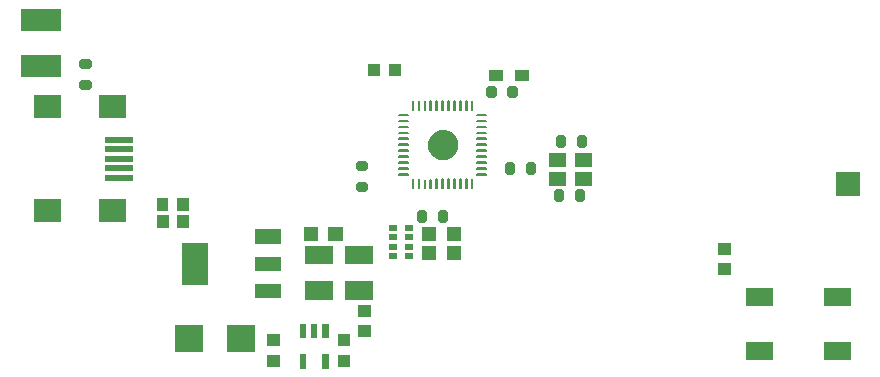
<source format=gbr>
G75*
G70*
%OFA0B0*%
%FSLAX24Y24*%
%IPPOS*%
%LPD*%
%AMOC8*
5,1,8,0,0,1.08239X$1,22.5*
%
%ADD10C,0.0020*%
%ADD11C,0.0018*%
%ADD12C,0.0272*%
%ADD13C,0.0022*%
%ADD14C,0.0019*%
%ADD15C,0.0500*%
%ADD16C,0.0083*%
%ADD17C,0.0019*%
%ADD18C,0.0023*%
%ADD19C,0.0018*%
%ADD20C,0.0017*%
%ADD21R,0.0800X0.0800*%
%ADD22C,0.0017*%
D10*
X010394Y001718D02*
X010394Y002094D01*
X010394Y001718D02*
X010006Y001718D01*
X010006Y002094D01*
X010394Y002094D01*
X010394Y001737D02*
X010006Y001737D01*
X010006Y001756D02*
X010394Y001756D01*
X010394Y001775D02*
X010006Y001775D01*
X010006Y001794D02*
X010394Y001794D01*
X010394Y001813D02*
X010006Y001813D01*
X010006Y001832D02*
X010394Y001832D01*
X010394Y001851D02*
X010006Y001851D01*
X010006Y001870D02*
X010394Y001870D01*
X010394Y001889D02*
X010006Y001889D01*
X010006Y001908D02*
X010394Y001908D01*
X010394Y001927D02*
X010006Y001927D01*
X010006Y001946D02*
X010394Y001946D01*
X010394Y001965D02*
X010006Y001965D01*
X010006Y001984D02*
X010394Y001984D01*
X010394Y002003D02*
X010006Y002003D01*
X010006Y002022D02*
X010394Y002022D01*
X010394Y002041D02*
X010006Y002041D01*
X010006Y002060D02*
X010394Y002060D01*
X010394Y002079D02*
X010006Y002079D01*
X010394Y002406D02*
X010394Y002782D01*
X010394Y002406D02*
X010006Y002406D01*
X010006Y002782D01*
X010394Y002782D01*
X010394Y002425D02*
X010006Y002425D01*
X010006Y002444D02*
X010394Y002444D01*
X010394Y002463D02*
X010006Y002463D01*
X010006Y002482D02*
X010394Y002482D01*
X010394Y002501D02*
X010006Y002501D01*
X010006Y002520D02*
X010394Y002520D01*
X010394Y002539D02*
X010006Y002539D01*
X010006Y002558D02*
X010394Y002558D01*
X010394Y002577D02*
X010006Y002577D01*
X010006Y002596D02*
X010394Y002596D01*
X010394Y002615D02*
X010006Y002615D01*
X010006Y002634D02*
X010394Y002634D01*
X010394Y002653D02*
X010006Y002653D01*
X010006Y002672D02*
X010394Y002672D01*
X010394Y002691D02*
X010006Y002691D01*
X010006Y002710D02*
X010394Y002710D01*
X010394Y002729D02*
X010006Y002729D01*
X010006Y002748D02*
X010394Y002748D01*
X010394Y002767D02*
X010006Y002767D01*
X012356Y002782D02*
X012356Y002406D01*
X012356Y002782D02*
X012744Y002782D01*
X012744Y002406D01*
X012356Y002406D01*
X012356Y002425D02*
X012744Y002425D01*
X012744Y002444D02*
X012356Y002444D01*
X012356Y002463D02*
X012744Y002463D01*
X012744Y002482D02*
X012356Y002482D01*
X012356Y002501D02*
X012744Y002501D01*
X012744Y002520D02*
X012356Y002520D01*
X012356Y002539D02*
X012744Y002539D01*
X012744Y002558D02*
X012356Y002558D01*
X012356Y002577D02*
X012744Y002577D01*
X012744Y002596D02*
X012356Y002596D01*
X012356Y002615D02*
X012744Y002615D01*
X012744Y002634D02*
X012356Y002634D01*
X012356Y002653D02*
X012744Y002653D01*
X012744Y002672D02*
X012356Y002672D01*
X012356Y002691D02*
X012744Y002691D01*
X012744Y002710D02*
X012356Y002710D01*
X012356Y002729D02*
X012744Y002729D01*
X012744Y002748D02*
X012356Y002748D01*
X012356Y002767D02*
X012744Y002767D01*
X012356Y002094D02*
X012356Y001718D01*
X012356Y002094D02*
X012744Y002094D01*
X012744Y001718D01*
X012356Y001718D01*
X012356Y001737D02*
X012744Y001737D01*
X012744Y001756D02*
X012356Y001756D01*
X012356Y001775D02*
X012744Y001775D01*
X012744Y001794D02*
X012356Y001794D01*
X012356Y001813D02*
X012744Y001813D01*
X012744Y001832D02*
X012356Y001832D01*
X012356Y001851D02*
X012744Y001851D01*
X012744Y001870D02*
X012356Y001870D01*
X012356Y001889D02*
X012744Y001889D01*
X012744Y001908D02*
X012356Y001908D01*
X012356Y001927D02*
X012744Y001927D01*
X012744Y001946D02*
X012356Y001946D01*
X012356Y001965D02*
X012744Y001965D01*
X012744Y001984D02*
X012356Y001984D01*
X012356Y002003D02*
X012744Y002003D01*
X012744Y002022D02*
X012356Y002022D01*
X012356Y002041D02*
X012744Y002041D01*
X012744Y002060D02*
X012356Y002060D01*
X012356Y002079D02*
X012744Y002079D01*
X013368Y011406D02*
X013744Y011406D01*
X013368Y011406D02*
X013368Y011794D01*
X013744Y011794D01*
X013744Y011406D01*
X013744Y011425D02*
X013368Y011425D01*
X013368Y011444D02*
X013744Y011444D01*
X013744Y011463D02*
X013368Y011463D01*
X013368Y011482D02*
X013744Y011482D01*
X013744Y011501D02*
X013368Y011501D01*
X013368Y011520D02*
X013744Y011520D01*
X013744Y011539D02*
X013368Y011539D01*
X013368Y011558D02*
X013744Y011558D01*
X013744Y011577D02*
X013368Y011577D01*
X013368Y011596D02*
X013744Y011596D01*
X013744Y011615D02*
X013368Y011615D01*
X013368Y011634D02*
X013744Y011634D01*
X013744Y011653D02*
X013368Y011653D01*
X013368Y011672D02*
X013744Y011672D01*
X013744Y011691D02*
X013368Y011691D01*
X013368Y011710D02*
X013744Y011710D01*
X013744Y011729D02*
X013368Y011729D01*
X013368Y011748D02*
X013744Y011748D01*
X013744Y011767D02*
X013368Y011767D01*
X013368Y011786D02*
X013744Y011786D01*
X014056Y011406D02*
X014432Y011406D01*
X014056Y011406D02*
X014056Y011794D01*
X014432Y011794D01*
X014432Y011406D01*
X014432Y011425D02*
X014056Y011425D01*
X014056Y011444D02*
X014432Y011444D01*
X014432Y011463D02*
X014056Y011463D01*
X014056Y011482D02*
X014432Y011482D01*
X014432Y011501D02*
X014056Y011501D01*
X014056Y011520D02*
X014432Y011520D01*
X014432Y011539D02*
X014056Y011539D01*
X014056Y011558D02*
X014432Y011558D01*
X014432Y011577D02*
X014056Y011577D01*
X014056Y011596D02*
X014432Y011596D01*
X014432Y011615D02*
X014056Y011615D01*
X014056Y011634D02*
X014432Y011634D01*
X014432Y011653D02*
X014056Y011653D01*
X014056Y011672D02*
X014432Y011672D01*
X014432Y011691D02*
X014056Y011691D01*
X014056Y011710D02*
X014432Y011710D01*
X014432Y011729D02*
X014056Y011729D01*
X014056Y011748D02*
X014432Y011748D01*
X014432Y011767D02*
X014056Y011767D01*
X014056Y011786D02*
X014432Y011786D01*
D11*
X007828Y002206D02*
X006940Y002206D01*
X006940Y003094D01*
X007828Y003094D01*
X007828Y002206D01*
X007828Y002223D02*
X006940Y002223D01*
X006940Y002240D02*
X007828Y002240D01*
X007828Y002257D02*
X006940Y002257D01*
X006940Y002274D02*
X007828Y002274D01*
X007828Y002291D02*
X006940Y002291D01*
X006940Y002308D02*
X007828Y002308D01*
X007828Y002325D02*
X006940Y002325D01*
X006940Y002342D02*
X007828Y002342D01*
X007828Y002359D02*
X006940Y002359D01*
X006940Y002376D02*
X007828Y002376D01*
X007828Y002393D02*
X006940Y002393D01*
X006940Y002410D02*
X007828Y002410D01*
X007828Y002427D02*
X006940Y002427D01*
X006940Y002444D02*
X007828Y002444D01*
X007828Y002461D02*
X006940Y002461D01*
X006940Y002478D02*
X007828Y002478D01*
X007828Y002495D02*
X006940Y002495D01*
X006940Y002512D02*
X007828Y002512D01*
X007828Y002529D02*
X006940Y002529D01*
X006940Y002546D02*
X007828Y002546D01*
X007828Y002563D02*
X006940Y002563D01*
X006940Y002580D02*
X007828Y002580D01*
X007828Y002597D02*
X006940Y002597D01*
X006940Y002614D02*
X007828Y002614D01*
X007828Y002631D02*
X006940Y002631D01*
X006940Y002648D02*
X007828Y002648D01*
X007828Y002665D02*
X006940Y002665D01*
X006940Y002682D02*
X007828Y002682D01*
X007828Y002699D02*
X006940Y002699D01*
X006940Y002716D02*
X007828Y002716D01*
X007828Y002733D02*
X006940Y002733D01*
X006940Y002750D02*
X007828Y002750D01*
X007828Y002767D02*
X006940Y002767D01*
X006940Y002784D02*
X007828Y002784D01*
X007828Y002801D02*
X006940Y002801D01*
X006940Y002818D02*
X007828Y002818D01*
X007828Y002835D02*
X006940Y002835D01*
X006940Y002852D02*
X007828Y002852D01*
X007828Y002869D02*
X006940Y002869D01*
X006940Y002886D02*
X007828Y002886D01*
X007828Y002903D02*
X006940Y002903D01*
X006940Y002920D02*
X007828Y002920D01*
X007828Y002937D02*
X006940Y002937D01*
X006940Y002954D02*
X007828Y002954D01*
X007828Y002971D02*
X006940Y002971D01*
X006940Y002988D02*
X007828Y002988D01*
X007828Y003005D02*
X006940Y003005D01*
X006940Y003022D02*
X007828Y003022D01*
X007828Y003039D02*
X006940Y003039D01*
X006940Y003056D02*
X007828Y003056D01*
X007828Y003073D02*
X006940Y003073D01*
X006940Y003090D02*
X007828Y003090D01*
X008672Y002206D02*
X009560Y002206D01*
X008672Y002206D02*
X008672Y003094D01*
X009560Y003094D01*
X009560Y002206D01*
X009560Y002223D02*
X008672Y002223D01*
X008672Y002240D02*
X009560Y002240D01*
X009560Y002257D02*
X008672Y002257D01*
X008672Y002274D02*
X009560Y002274D01*
X009560Y002291D02*
X008672Y002291D01*
X008672Y002308D02*
X009560Y002308D01*
X009560Y002325D02*
X008672Y002325D01*
X008672Y002342D02*
X009560Y002342D01*
X009560Y002359D02*
X008672Y002359D01*
X008672Y002376D02*
X009560Y002376D01*
X009560Y002393D02*
X008672Y002393D01*
X008672Y002410D02*
X009560Y002410D01*
X009560Y002427D02*
X008672Y002427D01*
X008672Y002444D02*
X009560Y002444D01*
X009560Y002461D02*
X008672Y002461D01*
X008672Y002478D02*
X009560Y002478D01*
X009560Y002495D02*
X008672Y002495D01*
X008672Y002512D02*
X009560Y002512D01*
X009560Y002529D02*
X008672Y002529D01*
X008672Y002546D02*
X009560Y002546D01*
X009560Y002563D02*
X008672Y002563D01*
X008672Y002580D02*
X009560Y002580D01*
X009560Y002597D02*
X008672Y002597D01*
X008672Y002614D02*
X009560Y002614D01*
X009560Y002631D02*
X008672Y002631D01*
X008672Y002648D02*
X009560Y002648D01*
X009560Y002665D02*
X008672Y002665D01*
X008672Y002682D02*
X009560Y002682D01*
X009560Y002699D02*
X008672Y002699D01*
X008672Y002716D02*
X009560Y002716D01*
X009560Y002733D02*
X008672Y002733D01*
X008672Y002750D02*
X009560Y002750D01*
X009560Y002767D02*
X008672Y002767D01*
X008672Y002784D02*
X009560Y002784D01*
X009560Y002801D02*
X008672Y002801D01*
X008672Y002818D02*
X009560Y002818D01*
X009560Y002835D02*
X008672Y002835D01*
X008672Y002852D02*
X009560Y002852D01*
X009560Y002869D02*
X008672Y002869D01*
X008672Y002886D02*
X009560Y002886D01*
X009560Y002903D02*
X008672Y002903D01*
X008672Y002920D02*
X009560Y002920D01*
X009560Y002937D02*
X008672Y002937D01*
X008672Y002954D02*
X009560Y002954D01*
X009560Y002971D02*
X008672Y002971D01*
X008672Y002988D02*
X009560Y002988D01*
X009560Y003005D02*
X008672Y003005D01*
X008672Y003022D02*
X009560Y003022D01*
X009560Y003039D02*
X008672Y003039D01*
X008672Y003056D02*
X009560Y003056D01*
X009560Y003073D02*
X008672Y003073D01*
X008672Y003090D02*
X009560Y003090D01*
X012151Y003966D02*
X012151Y004552D01*
X012151Y003966D02*
X011249Y003966D01*
X011249Y004552D01*
X012151Y004552D01*
X012151Y003983D02*
X011249Y003983D01*
X011249Y004000D02*
X012151Y004000D01*
X012151Y004017D02*
X011249Y004017D01*
X011249Y004034D02*
X012151Y004034D01*
X012151Y004051D02*
X011249Y004051D01*
X011249Y004068D02*
X012151Y004068D01*
X012151Y004085D02*
X011249Y004085D01*
X011249Y004102D02*
X012151Y004102D01*
X012151Y004119D02*
X011249Y004119D01*
X011249Y004136D02*
X012151Y004136D01*
X012151Y004153D02*
X011249Y004153D01*
X011249Y004170D02*
X012151Y004170D01*
X012151Y004187D02*
X011249Y004187D01*
X011249Y004204D02*
X012151Y004204D01*
X012151Y004221D02*
X011249Y004221D01*
X011249Y004238D02*
X012151Y004238D01*
X012151Y004255D02*
X011249Y004255D01*
X011249Y004272D02*
X012151Y004272D01*
X012151Y004289D02*
X011249Y004289D01*
X011249Y004306D02*
X012151Y004306D01*
X012151Y004323D02*
X011249Y004323D01*
X011249Y004340D02*
X012151Y004340D01*
X012151Y004357D02*
X011249Y004357D01*
X011249Y004374D02*
X012151Y004374D01*
X012151Y004391D02*
X011249Y004391D01*
X011249Y004408D02*
X012151Y004408D01*
X012151Y004425D02*
X011249Y004425D01*
X011249Y004442D02*
X012151Y004442D01*
X012151Y004459D02*
X011249Y004459D01*
X011249Y004476D02*
X012151Y004476D01*
X012151Y004493D02*
X011249Y004493D01*
X011249Y004510D02*
X012151Y004510D01*
X012151Y004527D02*
X011249Y004527D01*
X011249Y004544D02*
X012151Y004544D01*
X013501Y004552D02*
X013501Y003966D01*
X012599Y003966D01*
X012599Y004552D01*
X013501Y004552D01*
X013501Y003983D02*
X012599Y003983D01*
X012599Y004000D02*
X013501Y004000D01*
X013501Y004017D02*
X012599Y004017D01*
X012599Y004034D02*
X013501Y004034D01*
X013501Y004051D02*
X012599Y004051D01*
X012599Y004068D02*
X013501Y004068D01*
X013501Y004085D02*
X012599Y004085D01*
X012599Y004102D02*
X013501Y004102D01*
X013501Y004119D02*
X012599Y004119D01*
X012599Y004136D02*
X013501Y004136D01*
X013501Y004153D02*
X012599Y004153D01*
X012599Y004170D02*
X013501Y004170D01*
X013501Y004187D02*
X012599Y004187D01*
X012599Y004204D02*
X013501Y004204D01*
X013501Y004221D02*
X012599Y004221D01*
X012599Y004238D02*
X013501Y004238D01*
X013501Y004255D02*
X012599Y004255D01*
X012599Y004272D02*
X013501Y004272D01*
X013501Y004289D02*
X012599Y004289D01*
X012599Y004306D02*
X013501Y004306D01*
X013501Y004323D02*
X012599Y004323D01*
X012599Y004340D02*
X013501Y004340D01*
X013501Y004357D02*
X012599Y004357D01*
X012599Y004374D02*
X013501Y004374D01*
X013501Y004391D02*
X012599Y004391D01*
X012599Y004408D02*
X013501Y004408D01*
X013501Y004425D02*
X012599Y004425D01*
X012599Y004442D02*
X013501Y004442D01*
X013501Y004459D02*
X012599Y004459D01*
X012599Y004476D02*
X013501Y004476D01*
X013501Y004493D02*
X012599Y004493D01*
X012599Y004510D02*
X013501Y004510D01*
X013501Y004527D02*
X012599Y004527D01*
X012599Y004544D02*
X013501Y004544D01*
X012599Y005148D02*
X012599Y005734D01*
X013501Y005734D01*
X013501Y005148D01*
X012599Y005148D01*
X012599Y005165D02*
X013501Y005165D01*
X013501Y005182D02*
X012599Y005182D01*
X012599Y005199D02*
X013501Y005199D01*
X013501Y005216D02*
X012599Y005216D01*
X012599Y005233D02*
X013501Y005233D01*
X013501Y005250D02*
X012599Y005250D01*
X012599Y005267D02*
X013501Y005267D01*
X013501Y005284D02*
X012599Y005284D01*
X012599Y005301D02*
X013501Y005301D01*
X013501Y005318D02*
X012599Y005318D01*
X012599Y005335D02*
X013501Y005335D01*
X013501Y005352D02*
X012599Y005352D01*
X012599Y005369D02*
X013501Y005369D01*
X013501Y005386D02*
X012599Y005386D01*
X012599Y005403D02*
X013501Y005403D01*
X013501Y005420D02*
X012599Y005420D01*
X012599Y005437D02*
X013501Y005437D01*
X013501Y005454D02*
X012599Y005454D01*
X012599Y005471D02*
X013501Y005471D01*
X013501Y005488D02*
X012599Y005488D01*
X012599Y005505D02*
X013501Y005505D01*
X013501Y005522D02*
X012599Y005522D01*
X012599Y005539D02*
X013501Y005539D01*
X013501Y005556D02*
X012599Y005556D01*
X012599Y005573D02*
X013501Y005573D01*
X013501Y005590D02*
X012599Y005590D01*
X012599Y005607D02*
X013501Y005607D01*
X013501Y005624D02*
X012599Y005624D01*
X012599Y005641D02*
X013501Y005641D01*
X013501Y005658D02*
X012599Y005658D01*
X012599Y005675D02*
X013501Y005675D01*
X013501Y005692D02*
X012599Y005692D01*
X012599Y005709D02*
X013501Y005709D01*
X013501Y005726D02*
X012599Y005726D01*
X012045Y005932D02*
X012045Y006368D01*
X012481Y006368D01*
X012481Y005932D01*
X012045Y005932D01*
X012045Y005949D02*
X012481Y005949D01*
X012481Y005966D02*
X012045Y005966D01*
X012045Y005983D02*
X012481Y005983D01*
X012481Y006000D02*
X012045Y006000D01*
X012045Y006017D02*
X012481Y006017D01*
X012481Y006034D02*
X012045Y006034D01*
X012045Y006051D02*
X012481Y006051D01*
X012481Y006068D02*
X012045Y006068D01*
X012045Y006085D02*
X012481Y006085D01*
X012481Y006102D02*
X012045Y006102D01*
X012045Y006119D02*
X012481Y006119D01*
X012481Y006136D02*
X012045Y006136D01*
X012045Y006153D02*
X012481Y006153D01*
X012481Y006170D02*
X012045Y006170D01*
X012045Y006187D02*
X012481Y006187D01*
X012481Y006204D02*
X012045Y006204D01*
X012045Y006221D02*
X012481Y006221D01*
X012481Y006238D02*
X012045Y006238D01*
X012045Y006255D02*
X012481Y006255D01*
X012481Y006272D02*
X012045Y006272D01*
X012045Y006289D02*
X012481Y006289D01*
X012481Y006306D02*
X012045Y006306D01*
X012045Y006323D02*
X012481Y006323D01*
X012481Y006340D02*
X012045Y006340D01*
X012045Y006357D02*
X012481Y006357D01*
X011219Y006368D02*
X011219Y005932D01*
X011219Y006368D02*
X011655Y006368D01*
X011655Y005932D01*
X011219Y005932D01*
X011219Y005949D02*
X011655Y005949D01*
X011655Y005966D02*
X011219Y005966D01*
X011219Y005983D02*
X011655Y005983D01*
X011655Y006000D02*
X011219Y006000D01*
X011219Y006017D02*
X011655Y006017D01*
X011655Y006034D02*
X011219Y006034D01*
X011219Y006051D02*
X011655Y006051D01*
X011655Y006068D02*
X011219Y006068D01*
X011219Y006085D02*
X011655Y006085D01*
X011655Y006102D02*
X011219Y006102D01*
X011219Y006119D02*
X011655Y006119D01*
X011655Y006136D02*
X011219Y006136D01*
X011219Y006153D02*
X011655Y006153D01*
X011655Y006170D02*
X011219Y006170D01*
X011219Y006187D02*
X011655Y006187D01*
X011655Y006204D02*
X011219Y006204D01*
X011219Y006221D02*
X011655Y006221D01*
X011655Y006238D02*
X011219Y006238D01*
X011219Y006255D02*
X011655Y006255D01*
X011655Y006272D02*
X011219Y006272D01*
X011219Y006289D02*
X011655Y006289D01*
X011655Y006306D02*
X011219Y006306D01*
X011219Y006323D02*
X011655Y006323D01*
X011655Y006340D02*
X011219Y006340D01*
X011219Y006357D02*
X011655Y006357D01*
X011249Y005734D02*
X011249Y005148D01*
X011249Y005734D02*
X012151Y005734D01*
X012151Y005148D01*
X011249Y005148D01*
X011249Y005165D02*
X012151Y005165D01*
X012151Y005182D02*
X011249Y005182D01*
X011249Y005199D02*
X012151Y005199D01*
X012151Y005216D02*
X011249Y005216D01*
X011249Y005233D02*
X012151Y005233D01*
X012151Y005250D02*
X011249Y005250D01*
X011249Y005267D02*
X012151Y005267D01*
X012151Y005284D02*
X011249Y005284D01*
X011249Y005301D02*
X012151Y005301D01*
X012151Y005318D02*
X011249Y005318D01*
X011249Y005335D02*
X012151Y005335D01*
X012151Y005352D02*
X011249Y005352D01*
X011249Y005369D02*
X012151Y005369D01*
X012151Y005386D02*
X011249Y005386D01*
X011249Y005403D02*
X012151Y005403D01*
X012151Y005420D02*
X011249Y005420D01*
X011249Y005437D02*
X012151Y005437D01*
X012151Y005454D02*
X011249Y005454D01*
X011249Y005471D02*
X012151Y005471D01*
X012151Y005488D02*
X011249Y005488D01*
X011249Y005505D02*
X012151Y005505D01*
X012151Y005522D02*
X011249Y005522D01*
X011249Y005539D02*
X012151Y005539D01*
X012151Y005556D02*
X011249Y005556D01*
X011249Y005573D02*
X012151Y005573D01*
X012151Y005590D02*
X011249Y005590D01*
X011249Y005607D02*
X012151Y005607D01*
X012151Y005624D02*
X011249Y005624D01*
X011249Y005641D02*
X012151Y005641D01*
X012151Y005658D02*
X011249Y005658D01*
X011249Y005675D02*
X012151Y005675D01*
X012151Y005692D02*
X011249Y005692D01*
X011249Y005709D02*
X012151Y005709D01*
X012151Y005726D02*
X011249Y005726D01*
X015169Y005718D02*
X015169Y005282D01*
X015169Y005718D02*
X015605Y005718D01*
X015605Y005282D01*
X015169Y005282D01*
X015169Y005299D02*
X015605Y005299D01*
X015605Y005316D02*
X015169Y005316D01*
X015169Y005333D02*
X015605Y005333D01*
X015605Y005350D02*
X015169Y005350D01*
X015169Y005367D02*
X015605Y005367D01*
X015605Y005384D02*
X015169Y005384D01*
X015169Y005401D02*
X015605Y005401D01*
X015605Y005418D02*
X015169Y005418D01*
X015169Y005435D02*
X015605Y005435D01*
X015605Y005452D02*
X015169Y005452D01*
X015169Y005469D02*
X015605Y005469D01*
X015605Y005486D02*
X015169Y005486D01*
X015169Y005503D02*
X015605Y005503D01*
X015605Y005520D02*
X015169Y005520D01*
X015169Y005537D02*
X015605Y005537D01*
X015605Y005554D02*
X015169Y005554D01*
X015169Y005571D02*
X015605Y005571D01*
X015605Y005588D02*
X015169Y005588D01*
X015169Y005605D02*
X015605Y005605D01*
X015605Y005622D02*
X015169Y005622D01*
X015169Y005639D02*
X015605Y005639D01*
X015605Y005656D02*
X015169Y005656D01*
X015169Y005673D02*
X015605Y005673D01*
X015605Y005690D02*
X015169Y005690D01*
X015169Y005707D02*
X015605Y005707D01*
X015995Y005718D02*
X015995Y005282D01*
X015995Y005718D02*
X016431Y005718D01*
X016431Y005282D01*
X015995Y005282D01*
X015995Y005299D02*
X016431Y005299D01*
X016431Y005316D02*
X015995Y005316D01*
X015995Y005333D02*
X016431Y005333D01*
X016431Y005350D02*
X015995Y005350D01*
X015995Y005367D02*
X016431Y005367D01*
X016431Y005384D02*
X015995Y005384D01*
X015995Y005401D02*
X016431Y005401D01*
X016431Y005418D02*
X015995Y005418D01*
X015995Y005435D02*
X016431Y005435D01*
X016431Y005452D02*
X015995Y005452D01*
X015995Y005469D02*
X016431Y005469D01*
X016431Y005486D02*
X015995Y005486D01*
X015995Y005503D02*
X016431Y005503D01*
X016431Y005520D02*
X015995Y005520D01*
X015995Y005537D02*
X016431Y005537D01*
X016431Y005554D02*
X015995Y005554D01*
X015995Y005571D02*
X016431Y005571D01*
X016431Y005588D02*
X015995Y005588D01*
X015995Y005605D02*
X016431Y005605D01*
X016431Y005622D02*
X015995Y005622D01*
X015995Y005639D02*
X016431Y005639D01*
X016431Y005656D02*
X015995Y005656D01*
X015995Y005673D02*
X016431Y005673D01*
X016431Y005690D02*
X015995Y005690D01*
X015995Y005707D02*
X016431Y005707D01*
X015995Y005932D02*
X015995Y006368D01*
X016431Y006368D01*
X016431Y005932D01*
X015995Y005932D01*
X015995Y005949D02*
X016431Y005949D01*
X016431Y005966D02*
X015995Y005966D01*
X015995Y005983D02*
X016431Y005983D01*
X016431Y006000D02*
X015995Y006000D01*
X015995Y006017D02*
X016431Y006017D01*
X016431Y006034D02*
X015995Y006034D01*
X015995Y006051D02*
X016431Y006051D01*
X016431Y006068D02*
X015995Y006068D01*
X015995Y006085D02*
X016431Y006085D01*
X016431Y006102D02*
X015995Y006102D01*
X015995Y006119D02*
X016431Y006119D01*
X016431Y006136D02*
X015995Y006136D01*
X015995Y006153D02*
X016431Y006153D01*
X016431Y006170D02*
X015995Y006170D01*
X015995Y006187D02*
X016431Y006187D01*
X016431Y006204D02*
X015995Y006204D01*
X015995Y006221D02*
X016431Y006221D01*
X016431Y006238D02*
X015995Y006238D01*
X015995Y006255D02*
X016431Y006255D01*
X016431Y006272D02*
X015995Y006272D01*
X015995Y006289D02*
X016431Y006289D01*
X016431Y006306D02*
X015995Y006306D01*
X015995Y006323D02*
X016431Y006323D01*
X016431Y006340D02*
X015995Y006340D01*
X015995Y006357D02*
X016431Y006357D01*
X015169Y006368D02*
X015169Y005932D01*
X015169Y006368D02*
X015605Y006368D01*
X015605Y005932D01*
X015169Y005932D01*
X015169Y005949D02*
X015605Y005949D01*
X015605Y005966D02*
X015169Y005966D01*
X015169Y005983D02*
X015605Y005983D01*
X015605Y006000D02*
X015169Y006000D01*
X015169Y006017D02*
X015605Y006017D01*
X015605Y006034D02*
X015169Y006034D01*
X015169Y006051D02*
X015605Y006051D01*
X015605Y006068D02*
X015169Y006068D01*
X015169Y006085D02*
X015605Y006085D01*
X015605Y006102D02*
X015169Y006102D01*
X015169Y006119D02*
X015605Y006119D01*
X015605Y006136D02*
X015169Y006136D01*
X015169Y006153D02*
X015605Y006153D01*
X015605Y006170D02*
X015169Y006170D01*
X015169Y006187D02*
X015605Y006187D01*
X015605Y006204D02*
X015169Y006204D01*
X015169Y006221D02*
X015605Y006221D01*
X015605Y006238D02*
X015169Y006238D01*
X015169Y006255D02*
X015605Y006255D01*
X015605Y006272D02*
X015169Y006272D01*
X015169Y006289D02*
X015605Y006289D01*
X015605Y006306D02*
X015169Y006306D01*
X015169Y006323D02*
X015605Y006323D01*
X015605Y006340D02*
X015169Y006340D01*
X015169Y006357D02*
X015605Y006357D01*
X019924Y007767D02*
X019924Y008203D01*
X019924Y007767D02*
X019410Y007767D01*
X019410Y008203D01*
X019924Y008203D01*
X019924Y007784D02*
X019410Y007784D01*
X019410Y007801D02*
X019924Y007801D01*
X019924Y007818D02*
X019410Y007818D01*
X019410Y007835D02*
X019924Y007835D01*
X019924Y007852D02*
X019410Y007852D01*
X019410Y007869D02*
X019924Y007869D01*
X019924Y007886D02*
X019410Y007886D01*
X019410Y007903D02*
X019924Y007903D01*
X019924Y007920D02*
X019410Y007920D01*
X019410Y007937D02*
X019924Y007937D01*
X019924Y007954D02*
X019410Y007954D01*
X019410Y007971D02*
X019924Y007971D01*
X019924Y007988D02*
X019410Y007988D01*
X019410Y008005D02*
X019924Y008005D01*
X019924Y008022D02*
X019410Y008022D01*
X019410Y008039D02*
X019924Y008039D01*
X019924Y008056D02*
X019410Y008056D01*
X019410Y008073D02*
X019924Y008073D01*
X019924Y008090D02*
X019410Y008090D01*
X019410Y008107D02*
X019924Y008107D01*
X019924Y008124D02*
X019410Y008124D01*
X019410Y008141D02*
X019924Y008141D01*
X019924Y008158D02*
X019410Y008158D01*
X019410Y008175D02*
X019924Y008175D01*
X019924Y008192D02*
X019410Y008192D01*
X019924Y008397D02*
X019924Y008833D01*
X019924Y008397D02*
X019410Y008397D01*
X019410Y008833D01*
X019924Y008833D01*
X019924Y008414D02*
X019410Y008414D01*
X019410Y008431D02*
X019924Y008431D01*
X019924Y008448D02*
X019410Y008448D01*
X019410Y008465D02*
X019924Y008465D01*
X019924Y008482D02*
X019410Y008482D01*
X019410Y008499D02*
X019924Y008499D01*
X019924Y008516D02*
X019410Y008516D01*
X019410Y008533D02*
X019924Y008533D01*
X019924Y008550D02*
X019410Y008550D01*
X019410Y008567D02*
X019924Y008567D01*
X019924Y008584D02*
X019410Y008584D01*
X019410Y008601D02*
X019924Y008601D01*
X019924Y008618D02*
X019410Y008618D01*
X019410Y008635D02*
X019924Y008635D01*
X019924Y008652D02*
X019410Y008652D01*
X019410Y008669D02*
X019924Y008669D01*
X019924Y008686D02*
X019410Y008686D01*
X019410Y008703D02*
X019924Y008703D01*
X019924Y008720D02*
X019410Y008720D01*
X019410Y008737D02*
X019924Y008737D01*
X019924Y008754D02*
X019410Y008754D01*
X019410Y008771D02*
X019924Y008771D01*
X019924Y008788D02*
X019410Y008788D01*
X019410Y008805D02*
X019924Y008805D01*
X019924Y008822D02*
X019410Y008822D01*
X020790Y008833D02*
X020790Y008397D01*
X020276Y008397D01*
X020276Y008833D01*
X020790Y008833D01*
X020790Y008414D02*
X020276Y008414D01*
X020276Y008431D02*
X020790Y008431D01*
X020790Y008448D02*
X020276Y008448D01*
X020276Y008465D02*
X020790Y008465D01*
X020790Y008482D02*
X020276Y008482D01*
X020276Y008499D02*
X020790Y008499D01*
X020790Y008516D02*
X020276Y008516D01*
X020276Y008533D02*
X020790Y008533D01*
X020790Y008550D02*
X020276Y008550D01*
X020276Y008567D02*
X020790Y008567D01*
X020790Y008584D02*
X020276Y008584D01*
X020276Y008601D02*
X020790Y008601D01*
X020790Y008618D02*
X020276Y008618D01*
X020276Y008635D02*
X020790Y008635D01*
X020790Y008652D02*
X020276Y008652D01*
X020276Y008669D02*
X020790Y008669D01*
X020790Y008686D02*
X020276Y008686D01*
X020276Y008703D02*
X020790Y008703D01*
X020790Y008720D02*
X020276Y008720D01*
X020276Y008737D02*
X020790Y008737D01*
X020790Y008754D02*
X020276Y008754D01*
X020276Y008771D02*
X020790Y008771D01*
X020790Y008788D02*
X020276Y008788D01*
X020276Y008805D02*
X020790Y008805D01*
X020790Y008822D02*
X020276Y008822D01*
X020790Y008203D02*
X020790Y007767D01*
X020276Y007767D01*
X020276Y008203D01*
X020790Y008203D01*
X020790Y007784D02*
X020276Y007784D01*
X020276Y007801D02*
X020790Y007801D01*
X020790Y007818D02*
X020276Y007818D01*
X020276Y007835D02*
X020790Y007835D01*
X020790Y007852D02*
X020276Y007852D01*
X020276Y007869D02*
X020790Y007869D01*
X020790Y007886D02*
X020276Y007886D01*
X020276Y007903D02*
X020790Y007903D01*
X020790Y007920D02*
X020276Y007920D01*
X020276Y007937D02*
X020790Y007937D01*
X020790Y007954D02*
X020276Y007954D01*
X020276Y007971D02*
X020790Y007971D01*
X020790Y007988D02*
X020276Y007988D01*
X020276Y008005D02*
X020790Y008005D01*
X020790Y008022D02*
X020276Y008022D01*
X020276Y008039D02*
X020790Y008039D01*
X020790Y008056D02*
X020276Y008056D01*
X020276Y008073D02*
X020790Y008073D01*
X020790Y008090D02*
X020276Y008090D01*
X020276Y008107D02*
X020790Y008107D01*
X020790Y008124D02*
X020276Y008124D01*
X020276Y008141D02*
X020790Y008141D01*
X020790Y008158D02*
X020276Y008158D01*
X020276Y008175D02*
X020790Y008175D01*
X020790Y008192D02*
X020276Y008192D01*
D12*
X020396Y007473D02*
X020396Y007327D01*
X020396Y007473D02*
X020464Y007473D01*
X020464Y007327D01*
X020396Y007327D01*
X019696Y007327D02*
X019696Y007473D01*
X019764Y007473D01*
X019764Y007327D01*
X019696Y007327D01*
X018834Y008227D02*
X018834Y008373D01*
X018834Y008227D02*
X018766Y008227D01*
X018766Y008373D01*
X018834Y008373D01*
X018134Y008373D02*
X018134Y008227D01*
X018066Y008227D01*
X018066Y008373D01*
X018134Y008373D01*
X019834Y009127D02*
X019834Y009273D01*
X019834Y009127D02*
X019766Y009127D01*
X019766Y009273D01*
X019834Y009273D01*
X020534Y009273D02*
X020534Y009127D01*
X020466Y009127D01*
X020466Y009273D01*
X020534Y009273D01*
X018214Y010777D02*
X018214Y010923D01*
X018214Y010777D02*
X018146Y010777D01*
X018146Y010923D01*
X018214Y010923D01*
X017514Y010923D02*
X017514Y010777D01*
X017446Y010777D01*
X017446Y010923D01*
X017514Y010923D01*
X013238Y008419D02*
X013092Y008419D01*
X013238Y008419D02*
X013238Y008351D01*
X013092Y008351D01*
X013092Y008419D01*
X013092Y007719D02*
X013238Y007719D01*
X013238Y007651D01*
X013092Y007651D01*
X013092Y007719D01*
X015116Y006783D02*
X015116Y006637D01*
X015116Y006783D02*
X015184Y006783D01*
X015184Y006637D01*
X015116Y006637D01*
X015816Y006637D02*
X015816Y006783D01*
X015884Y006783D01*
X015884Y006637D01*
X015816Y006637D01*
X004023Y011066D02*
X003877Y011066D01*
X003877Y011134D01*
X004023Y011134D01*
X004023Y011066D01*
X004023Y011766D02*
X003877Y011766D01*
X003877Y011834D01*
X004023Y011834D01*
X004023Y011766D01*
D13*
X001807Y012080D02*
X001807Y011384D01*
X001807Y012080D02*
X003093Y012080D01*
X003093Y011384D01*
X001807Y011384D01*
X001807Y011405D02*
X003093Y011405D01*
X003093Y011426D02*
X001807Y011426D01*
X001807Y011447D02*
X003093Y011447D01*
X003093Y011468D02*
X001807Y011468D01*
X001807Y011489D02*
X003093Y011489D01*
X003093Y011510D02*
X001807Y011510D01*
X001807Y011531D02*
X003093Y011531D01*
X003093Y011552D02*
X001807Y011552D01*
X001807Y011573D02*
X003093Y011573D01*
X003093Y011594D02*
X001807Y011594D01*
X001807Y011615D02*
X003093Y011615D01*
X003093Y011636D02*
X001807Y011636D01*
X001807Y011657D02*
X003093Y011657D01*
X003093Y011678D02*
X001807Y011678D01*
X001807Y011699D02*
X003093Y011699D01*
X003093Y011720D02*
X001807Y011720D01*
X001807Y011741D02*
X003093Y011741D01*
X003093Y011762D02*
X001807Y011762D01*
X001807Y011783D02*
X003093Y011783D01*
X003093Y011804D02*
X001807Y011804D01*
X001807Y011825D02*
X003093Y011825D01*
X003093Y011846D02*
X001807Y011846D01*
X001807Y011867D02*
X003093Y011867D01*
X003093Y011888D02*
X001807Y011888D01*
X001807Y011909D02*
X003093Y011909D01*
X003093Y011930D02*
X001807Y011930D01*
X001807Y011951D02*
X003093Y011951D01*
X003093Y011972D02*
X001807Y011972D01*
X001807Y011993D02*
X003093Y011993D01*
X003093Y012014D02*
X001807Y012014D01*
X001807Y012035D02*
X003093Y012035D01*
X003093Y012056D02*
X001807Y012056D01*
X001807Y012077D02*
X003093Y012077D01*
X001807Y012920D02*
X001807Y013616D01*
X003093Y013616D01*
X003093Y012920D01*
X001807Y012920D01*
X001807Y012941D02*
X003093Y012941D01*
X003093Y012962D02*
X001807Y012962D01*
X001807Y012983D02*
X003093Y012983D01*
X003093Y013004D02*
X001807Y013004D01*
X001807Y013025D02*
X003093Y013025D01*
X003093Y013046D02*
X001807Y013046D01*
X001807Y013067D02*
X003093Y013067D01*
X003093Y013088D02*
X001807Y013088D01*
X001807Y013109D02*
X003093Y013109D01*
X003093Y013130D02*
X001807Y013130D01*
X001807Y013151D02*
X003093Y013151D01*
X003093Y013172D02*
X001807Y013172D01*
X001807Y013193D02*
X003093Y013193D01*
X003093Y013214D02*
X001807Y013214D01*
X001807Y013235D02*
X003093Y013235D01*
X003093Y013256D02*
X001807Y013256D01*
X001807Y013277D02*
X003093Y013277D01*
X003093Y013298D02*
X001807Y013298D01*
X001807Y013319D02*
X003093Y013319D01*
X003093Y013340D02*
X001807Y013340D01*
X001807Y013361D02*
X003093Y013361D01*
X003093Y013382D02*
X001807Y013382D01*
X001807Y013403D02*
X003093Y013403D01*
X003093Y013424D02*
X001807Y013424D01*
X001807Y013445D02*
X003093Y013445D01*
X003093Y013466D02*
X001807Y013466D01*
X001807Y013487D02*
X003093Y013487D01*
X003093Y013508D02*
X001807Y013508D01*
X001807Y013529D02*
X003093Y013529D01*
X003093Y013550D02*
X001807Y013550D01*
X001807Y013571D02*
X003093Y013571D01*
X003093Y013592D02*
X001807Y013592D01*
X001807Y013613D02*
X003093Y013613D01*
D14*
X005491Y009365D02*
X005491Y009195D01*
X004609Y009195D01*
X004609Y009365D01*
X005491Y009365D01*
X005491Y009213D02*
X004609Y009213D01*
X004609Y009231D02*
X005491Y009231D01*
X005491Y009249D02*
X004609Y009249D01*
X004609Y009267D02*
X005491Y009267D01*
X005491Y009285D02*
X004609Y009285D01*
X004609Y009303D02*
X005491Y009303D01*
X005491Y009321D02*
X004609Y009321D01*
X004609Y009339D02*
X005491Y009339D01*
X005491Y009357D02*
X004609Y009357D01*
X005491Y009050D02*
X005491Y008880D01*
X004609Y008880D01*
X004609Y009050D01*
X005491Y009050D01*
X005491Y008898D02*
X004609Y008898D01*
X004609Y008916D02*
X005491Y008916D01*
X005491Y008934D02*
X004609Y008934D01*
X004609Y008952D02*
X005491Y008952D01*
X005491Y008970D02*
X004609Y008970D01*
X004609Y008988D02*
X005491Y008988D01*
X005491Y009006D02*
X004609Y009006D01*
X004609Y009024D02*
X005491Y009024D01*
X005491Y009042D02*
X004609Y009042D01*
X005491Y008735D02*
X005491Y008565D01*
X004609Y008565D01*
X004609Y008735D01*
X005491Y008735D01*
X005491Y008583D02*
X004609Y008583D01*
X004609Y008601D02*
X005491Y008601D01*
X005491Y008619D02*
X004609Y008619D01*
X004609Y008637D02*
X005491Y008637D01*
X005491Y008655D02*
X004609Y008655D01*
X004609Y008673D02*
X005491Y008673D01*
X005491Y008691D02*
X004609Y008691D01*
X004609Y008709D02*
X005491Y008709D01*
X005491Y008727D02*
X004609Y008727D01*
X005491Y008420D02*
X005491Y008250D01*
X004609Y008250D01*
X004609Y008420D01*
X005491Y008420D01*
X005491Y008268D02*
X004609Y008268D01*
X004609Y008286D02*
X005491Y008286D01*
X005491Y008304D02*
X004609Y008304D01*
X004609Y008322D02*
X005491Y008322D01*
X005491Y008340D02*
X004609Y008340D01*
X004609Y008358D02*
X005491Y008358D01*
X005491Y008376D02*
X004609Y008376D01*
X004609Y008394D02*
X005491Y008394D01*
X005491Y008412D02*
X004609Y008412D01*
X005491Y008105D02*
X005491Y007935D01*
X004609Y007935D01*
X004609Y008105D01*
X005491Y008105D01*
X005491Y007953D02*
X004609Y007953D01*
X004609Y007971D02*
X005491Y007971D01*
X005491Y007989D02*
X004609Y007989D01*
X004609Y008007D02*
X005491Y008007D01*
X005491Y008025D02*
X004609Y008025D01*
X004609Y008043D02*
X005491Y008043D01*
X005491Y008061D02*
X004609Y008061D01*
X004609Y008079D02*
X005491Y008079D01*
X005491Y008097D02*
X004609Y008097D01*
X006320Y006939D02*
X006680Y006939D01*
X006320Y006939D02*
X006320Y007337D01*
X006680Y007337D01*
X006680Y006939D01*
X006680Y006957D02*
X006320Y006957D01*
X006320Y006975D02*
X006680Y006975D01*
X006680Y006993D02*
X006320Y006993D01*
X006320Y007011D02*
X006680Y007011D01*
X006680Y007029D02*
X006320Y007029D01*
X006320Y007047D02*
X006680Y007047D01*
X006680Y007065D02*
X006320Y007065D01*
X006320Y007083D02*
X006680Y007083D01*
X006680Y007101D02*
X006320Y007101D01*
X006320Y007119D02*
X006680Y007119D01*
X006680Y007137D02*
X006320Y007137D01*
X006320Y007155D02*
X006680Y007155D01*
X006680Y007173D02*
X006320Y007173D01*
X006320Y007191D02*
X006680Y007191D01*
X006680Y007209D02*
X006320Y007209D01*
X006320Y007227D02*
X006680Y007227D01*
X006680Y007245D02*
X006320Y007245D01*
X006320Y007263D02*
X006680Y007263D01*
X006680Y007281D02*
X006320Y007281D01*
X006320Y007299D02*
X006680Y007299D01*
X006680Y007317D02*
X006320Y007317D01*
X006320Y007335D02*
X006680Y007335D01*
X006990Y006939D02*
X007350Y006939D01*
X006990Y006939D02*
X006990Y007337D01*
X007350Y007337D01*
X007350Y006939D01*
X007350Y006957D02*
X006990Y006957D01*
X006990Y006975D02*
X007350Y006975D01*
X007350Y006993D02*
X006990Y006993D01*
X006990Y007011D02*
X007350Y007011D01*
X007350Y007029D02*
X006990Y007029D01*
X006990Y007047D02*
X007350Y007047D01*
X007350Y007065D02*
X006990Y007065D01*
X006990Y007083D02*
X007350Y007083D01*
X007350Y007101D02*
X006990Y007101D01*
X006990Y007119D02*
X007350Y007119D01*
X007350Y007137D02*
X006990Y007137D01*
X006990Y007155D02*
X007350Y007155D01*
X007350Y007173D02*
X006990Y007173D01*
X006990Y007191D02*
X007350Y007191D01*
X007350Y007209D02*
X006990Y007209D01*
X006990Y007227D02*
X007350Y007227D01*
X007350Y007245D02*
X006990Y007245D01*
X006990Y007263D02*
X007350Y007263D01*
X007350Y007281D02*
X006990Y007281D01*
X006990Y007299D02*
X007350Y007299D01*
X007350Y007317D02*
X006990Y007317D01*
X006990Y007335D02*
X007350Y007335D01*
X007365Y006351D02*
X007005Y006351D01*
X007005Y006749D01*
X007365Y006749D01*
X007365Y006351D01*
X007365Y006369D02*
X007005Y006369D01*
X007005Y006387D02*
X007365Y006387D01*
X007365Y006405D02*
X007005Y006405D01*
X007005Y006423D02*
X007365Y006423D01*
X007365Y006441D02*
X007005Y006441D01*
X007005Y006459D02*
X007365Y006459D01*
X007365Y006477D02*
X007005Y006477D01*
X007005Y006495D02*
X007365Y006495D01*
X007365Y006513D02*
X007005Y006513D01*
X007005Y006531D02*
X007365Y006531D01*
X007365Y006549D02*
X007005Y006549D01*
X007005Y006567D02*
X007365Y006567D01*
X007365Y006585D02*
X007005Y006585D01*
X007005Y006603D02*
X007365Y006603D01*
X007365Y006621D02*
X007005Y006621D01*
X007005Y006639D02*
X007365Y006639D01*
X007365Y006657D02*
X007005Y006657D01*
X007005Y006675D02*
X007365Y006675D01*
X007365Y006693D02*
X007005Y006693D01*
X007005Y006711D02*
X007365Y006711D01*
X007365Y006729D02*
X007005Y006729D01*
X007005Y006747D02*
X007365Y006747D01*
X006695Y006351D02*
X006335Y006351D01*
X006335Y006749D01*
X006695Y006749D01*
X006695Y006351D01*
X006695Y006369D02*
X006335Y006369D01*
X006335Y006387D02*
X006695Y006387D01*
X006695Y006405D02*
X006335Y006405D01*
X006335Y006423D02*
X006695Y006423D01*
X006695Y006441D02*
X006335Y006441D01*
X006335Y006459D02*
X006695Y006459D01*
X006695Y006477D02*
X006335Y006477D01*
X006335Y006495D02*
X006695Y006495D01*
X006695Y006513D02*
X006335Y006513D01*
X006335Y006531D02*
X006695Y006531D01*
X006695Y006549D02*
X006335Y006549D01*
X006335Y006567D02*
X006695Y006567D01*
X006695Y006585D02*
X006335Y006585D01*
X006335Y006603D02*
X006695Y006603D01*
X006695Y006621D02*
X006335Y006621D01*
X006335Y006639D02*
X006695Y006639D01*
X006695Y006657D02*
X006335Y006657D01*
X006335Y006675D02*
X006695Y006675D01*
X006695Y006693D02*
X006335Y006693D01*
X006335Y006711D02*
X006695Y006711D01*
X006695Y006729D02*
X006335Y006729D01*
X006335Y006747D02*
X006695Y006747D01*
X013021Y003755D02*
X013021Y003395D01*
X013021Y003755D02*
X013419Y003755D01*
X013419Y003395D01*
X013021Y003395D01*
X013021Y003413D02*
X013419Y003413D01*
X013419Y003431D02*
X013021Y003431D01*
X013021Y003449D02*
X013419Y003449D01*
X013419Y003467D02*
X013021Y003467D01*
X013021Y003485D02*
X013419Y003485D01*
X013419Y003503D02*
X013021Y003503D01*
X013021Y003521D02*
X013419Y003521D01*
X013419Y003539D02*
X013021Y003539D01*
X013021Y003557D02*
X013419Y003557D01*
X013419Y003575D02*
X013021Y003575D01*
X013021Y003593D02*
X013419Y003593D01*
X013419Y003611D02*
X013021Y003611D01*
X013021Y003629D02*
X013419Y003629D01*
X013419Y003647D02*
X013021Y003647D01*
X013021Y003665D02*
X013419Y003665D01*
X013419Y003683D02*
X013021Y003683D01*
X013021Y003701D02*
X013419Y003701D01*
X013419Y003719D02*
X013021Y003719D01*
X013021Y003737D02*
X013419Y003737D01*
X013419Y003755D02*
X013021Y003755D01*
X013021Y003085D02*
X013021Y002725D01*
X013021Y003085D02*
X013419Y003085D01*
X013419Y002725D01*
X013021Y002725D01*
X013021Y002743D02*
X013419Y002743D01*
X013419Y002761D02*
X013021Y002761D01*
X013021Y002779D02*
X013419Y002779D01*
X013419Y002797D02*
X013021Y002797D01*
X013021Y002815D02*
X013419Y002815D01*
X013419Y002833D02*
X013021Y002833D01*
X013021Y002851D02*
X013419Y002851D01*
X013419Y002869D02*
X013021Y002869D01*
X013021Y002887D02*
X013419Y002887D01*
X013419Y002905D02*
X013021Y002905D01*
X013021Y002923D02*
X013419Y002923D01*
X013419Y002941D02*
X013021Y002941D01*
X013021Y002959D02*
X013419Y002959D01*
X013419Y002977D02*
X013021Y002977D01*
X013021Y002995D02*
X013419Y002995D01*
X013419Y003013D02*
X013021Y003013D01*
X013021Y003031D02*
X013419Y003031D01*
X013419Y003049D02*
X013021Y003049D01*
X013021Y003067D02*
X013419Y003067D01*
X013419Y003085D02*
X013021Y003085D01*
X014309Y005313D02*
X014309Y005483D01*
X014309Y005313D02*
X014079Y005313D01*
X014079Y005483D01*
X014309Y005483D01*
X014309Y005331D02*
X014079Y005331D01*
X014079Y005349D02*
X014309Y005349D01*
X014309Y005367D02*
X014079Y005367D01*
X014079Y005385D02*
X014309Y005385D01*
X014309Y005403D02*
X014079Y005403D01*
X014079Y005421D02*
X014309Y005421D01*
X014309Y005439D02*
X014079Y005439D01*
X014079Y005457D02*
X014309Y005457D01*
X014309Y005475D02*
X014079Y005475D01*
X014309Y005628D02*
X014309Y005798D01*
X014309Y005628D02*
X014079Y005628D01*
X014079Y005798D01*
X014309Y005798D01*
X014309Y005646D02*
X014079Y005646D01*
X014079Y005664D02*
X014309Y005664D01*
X014309Y005682D02*
X014079Y005682D01*
X014079Y005700D02*
X014309Y005700D01*
X014309Y005718D02*
X014079Y005718D01*
X014079Y005736D02*
X014309Y005736D01*
X014309Y005754D02*
X014079Y005754D01*
X014079Y005772D02*
X014309Y005772D01*
X014309Y005790D02*
X014079Y005790D01*
X014309Y005942D02*
X014309Y006112D01*
X014309Y005942D02*
X014079Y005942D01*
X014079Y006112D01*
X014309Y006112D01*
X014309Y005960D02*
X014079Y005960D01*
X014079Y005978D02*
X014309Y005978D01*
X014309Y005996D02*
X014079Y005996D01*
X014079Y006014D02*
X014309Y006014D01*
X014309Y006032D02*
X014079Y006032D01*
X014079Y006050D02*
X014309Y006050D01*
X014309Y006068D02*
X014079Y006068D01*
X014079Y006086D02*
X014309Y006086D01*
X014309Y006104D02*
X014079Y006104D01*
X014309Y006257D02*
X014309Y006427D01*
X014309Y006257D02*
X014079Y006257D01*
X014079Y006427D01*
X014309Y006427D01*
X014309Y006275D02*
X014079Y006275D01*
X014079Y006293D02*
X014309Y006293D01*
X014309Y006311D02*
X014079Y006311D01*
X014079Y006329D02*
X014309Y006329D01*
X014309Y006347D02*
X014079Y006347D01*
X014079Y006365D02*
X014309Y006365D01*
X014309Y006383D02*
X014079Y006383D01*
X014079Y006401D02*
X014309Y006401D01*
X014309Y006419D02*
X014079Y006419D01*
X014841Y006427D02*
X014841Y006257D01*
X014611Y006257D01*
X014611Y006427D01*
X014841Y006427D01*
X014841Y006275D02*
X014611Y006275D01*
X014611Y006293D02*
X014841Y006293D01*
X014841Y006311D02*
X014611Y006311D01*
X014611Y006329D02*
X014841Y006329D01*
X014841Y006347D02*
X014611Y006347D01*
X014611Y006365D02*
X014841Y006365D01*
X014841Y006383D02*
X014611Y006383D01*
X014611Y006401D02*
X014841Y006401D01*
X014841Y006419D02*
X014611Y006419D01*
X014841Y006112D02*
X014841Y005942D01*
X014611Y005942D01*
X014611Y006112D01*
X014841Y006112D01*
X014841Y005960D02*
X014611Y005960D01*
X014611Y005978D02*
X014841Y005978D01*
X014841Y005996D02*
X014611Y005996D01*
X014611Y006014D02*
X014841Y006014D01*
X014841Y006032D02*
X014611Y006032D01*
X014611Y006050D02*
X014841Y006050D01*
X014841Y006068D02*
X014611Y006068D01*
X014611Y006086D02*
X014841Y006086D01*
X014841Y006104D02*
X014611Y006104D01*
X014841Y005798D02*
X014841Y005628D01*
X014611Y005628D01*
X014611Y005798D01*
X014841Y005798D01*
X014841Y005646D02*
X014611Y005646D01*
X014611Y005664D02*
X014841Y005664D01*
X014841Y005682D02*
X014611Y005682D01*
X014611Y005700D02*
X014841Y005700D01*
X014841Y005718D02*
X014611Y005718D01*
X014611Y005736D02*
X014841Y005736D01*
X014841Y005754D02*
X014611Y005754D01*
X014611Y005772D02*
X014841Y005772D01*
X014841Y005790D02*
X014611Y005790D01*
X014841Y005483D02*
X014841Y005313D01*
X014611Y005313D01*
X014611Y005483D01*
X014841Y005483D01*
X014841Y005331D02*
X014611Y005331D01*
X014611Y005349D02*
X014841Y005349D01*
X014841Y005367D02*
X014611Y005367D01*
X014611Y005385D02*
X014841Y005385D01*
X014841Y005403D02*
X014611Y005403D01*
X014611Y005421D02*
X014841Y005421D01*
X014841Y005439D02*
X014611Y005439D01*
X014611Y005457D02*
X014841Y005457D01*
X014841Y005475D02*
X014611Y005475D01*
X017398Y011600D02*
X017836Y011600D01*
X017836Y011240D01*
X017398Y011240D01*
X017398Y011600D01*
X017398Y011258D02*
X017836Y011258D01*
X017836Y011276D02*
X017398Y011276D01*
X017398Y011294D02*
X017836Y011294D01*
X017836Y011312D02*
X017398Y011312D01*
X017398Y011330D02*
X017836Y011330D01*
X017836Y011348D02*
X017398Y011348D01*
X017398Y011366D02*
X017836Y011366D01*
X017836Y011384D02*
X017398Y011384D01*
X017398Y011402D02*
X017836Y011402D01*
X017836Y011420D02*
X017398Y011420D01*
X017398Y011438D02*
X017836Y011438D01*
X017836Y011456D02*
X017398Y011456D01*
X017398Y011474D02*
X017836Y011474D01*
X017836Y011492D02*
X017398Y011492D01*
X017398Y011510D02*
X017836Y011510D01*
X017836Y011528D02*
X017398Y011528D01*
X017398Y011546D02*
X017836Y011546D01*
X017836Y011564D02*
X017398Y011564D01*
X017398Y011582D02*
X017836Y011582D01*
X017836Y011600D02*
X017398Y011600D01*
X018264Y011600D02*
X018702Y011600D01*
X018702Y011240D01*
X018264Y011240D01*
X018264Y011600D01*
X018264Y011258D02*
X018702Y011258D01*
X018702Y011276D02*
X018264Y011276D01*
X018264Y011294D02*
X018702Y011294D01*
X018702Y011312D02*
X018264Y011312D01*
X018264Y011330D02*
X018702Y011330D01*
X018702Y011348D02*
X018264Y011348D01*
X018264Y011366D02*
X018702Y011366D01*
X018702Y011384D02*
X018264Y011384D01*
X018264Y011402D02*
X018702Y011402D01*
X018702Y011420D02*
X018264Y011420D01*
X018264Y011438D02*
X018702Y011438D01*
X018702Y011456D02*
X018264Y011456D01*
X018264Y011474D02*
X018702Y011474D01*
X018702Y011492D02*
X018264Y011492D01*
X018264Y011510D02*
X018702Y011510D01*
X018702Y011528D02*
X018264Y011528D01*
X018264Y011546D02*
X018702Y011546D01*
X018702Y011564D02*
X018264Y011564D01*
X018264Y011582D02*
X018702Y011582D01*
X018702Y011600D02*
X018264Y011600D01*
X025026Y005830D02*
X025026Y005470D01*
X025026Y005830D02*
X025424Y005830D01*
X025424Y005470D01*
X025026Y005470D01*
X025026Y005488D02*
X025424Y005488D01*
X025424Y005506D02*
X025026Y005506D01*
X025026Y005524D02*
X025424Y005524D01*
X025424Y005542D02*
X025026Y005542D01*
X025026Y005560D02*
X025424Y005560D01*
X025424Y005578D02*
X025026Y005578D01*
X025026Y005596D02*
X025424Y005596D01*
X025424Y005614D02*
X025026Y005614D01*
X025026Y005632D02*
X025424Y005632D01*
X025424Y005650D02*
X025026Y005650D01*
X025026Y005668D02*
X025424Y005668D01*
X025424Y005686D02*
X025026Y005686D01*
X025026Y005704D02*
X025424Y005704D01*
X025424Y005722D02*
X025026Y005722D01*
X025026Y005740D02*
X025424Y005740D01*
X025424Y005758D02*
X025026Y005758D01*
X025026Y005776D02*
X025424Y005776D01*
X025424Y005794D02*
X025026Y005794D01*
X025026Y005812D02*
X025424Y005812D01*
X025424Y005830D02*
X025026Y005830D01*
X025026Y005160D02*
X025026Y004800D01*
X025026Y005160D02*
X025424Y005160D01*
X025424Y004800D01*
X025026Y004800D01*
X025026Y004818D02*
X025424Y004818D01*
X025424Y004836D02*
X025026Y004836D01*
X025026Y004854D02*
X025424Y004854D01*
X025424Y004872D02*
X025026Y004872D01*
X025026Y004890D02*
X025424Y004890D01*
X025424Y004908D02*
X025026Y004908D01*
X025026Y004926D02*
X025424Y004926D01*
X025424Y004944D02*
X025026Y004944D01*
X025026Y004962D02*
X025424Y004962D01*
X025424Y004980D02*
X025026Y004980D01*
X025026Y004998D02*
X025424Y004998D01*
X025424Y005016D02*
X025026Y005016D01*
X025026Y005034D02*
X025424Y005034D01*
X025424Y005052D02*
X025026Y005052D01*
X025026Y005070D02*
X025424Y005070D01*
X025424Y005088D02*
X025026Y005088D01*
X025026Y005106D02*
X025424Y005106D01*
X025424Y005124D02*
X025026Y005124D01*
X025026Y005142D02*
X025424Y005142D01*
X025424Y005160D02*
X025026Y005160D01*
D15*
X015600Y009100D02*
X015602Y009131D01*
X015608Y009162D01*
X015618Y009192D01*
X015631Y009220D01*
X015648Y009247D01*
X015668Y009271D01*
X015691Y009293D01*
X015716Y009311D01*
X015744Y009326D01*
X015773Y009338D01*
X015803Y009346D01*
X015834Y009350D01*
X015866Y009350D01*
X015897Y009346D01*
X015927Y009338D01*
X015956Y009326D01*
X015984Y009311D01*
X016009Y009293D01*
X016032Y009271D01*
X016052Y009247D01*
X016069Y009220D01*
X016082Y009192D01*
X016092Y009162D01*
X016098Y009131D01*
X016100Y009100D01*
X016098Y009069D01*
X016092Y009038D01*
X016082Y009008D01*
X016069Y008980D01*
X016052Y008953D01*
X016032Y008929D01*
X016009Y008907D01*
X015984Y008889D01*
X015956Y008874D01*
X015927Y008862D01*
X015897Y008854D01*
X015866Y008850D01*
X015834Y008850D01*
X015803Y008854D01*
X015773Y008862D01*
X015744Y008874D01*
X015716Y008889D01*
X015691Y008907D01*
X015668Y008929D01*
X015648Y008953D01*
X015631Y008980D01*
X015618Y009008D01*
X015608Y009038D01*
X015602Y009069D01*
X015600Y009100D01*
D16*
X014695Y009089D02*
X014407Y009089D01*
X014407Y009111D01*
X014695Y009111D01*
X014695Y009089D01*
X014695Y008892D02*
X014407Y008892D01*
X014407Y008914D01*
X014695Y008914D01*
X014695Y008892D01*
X014695Y008695D02*
X014407Y008695D01*
X014407Y008717D01*
X014695Y008717D01*
X014695Y008695D01*
X014695Y008498D02*
X014407Y008498D01*
X014407Y008520D01*
X014695Y008520D01*
X014695Y008498D01*
X014695Y008302D02*
X014407Y008302D01*
X014407Y008324D01*
X014695Y008324D01*
X014695Y008302D01*
X014695Y008105D02*
X014407Y008105D01*
X014407Y008127D01*
X014695Y008127D01*
X014695Y008105D01*
X014877Y007945D02*
X014877Y007657D01*
X014855Y007657D01*
X014855Y007945D01*
X014877Y007945D01*
X014877Y007739D02*
X014855Y007739D01*
X014855Y007821D02*
X014877Y007821D01*
X014877Y007903D02*
X014855Y007903D01*
X015074Y007945D02*
X015074Y007657D01*
X015052Y007657D01*
X015052Y007945D01*
X015074Y007945D01*
X015074Y007739D02*
X015052Y007739D01*
X015052Y007821D02*
X015074Y007821D01*
X015074Y007903D02*
X015052Y007903D01*
X015270Y007935D02*
X015270Y007647D01*
X015248Y007647D01*
X015248Y007935D01*
X015270Y007935D01*
X015270Y007729D02*
X015248Y007729D01*
X015248Y007811D02*
X015270Y007811D01*
X015270Y007893D02*
X015248Y007893D01*
X015467Y007935D02*
X015467Y007647D01*
X015445Y007647D01*
X015445Y007935D01*
X015467Y007935D01*
X015467Y007729D02*
X015445Y007729D01*
X015445Y007811D02*
X015467Y007811D01*
X015467Y007893D02*
X015445Y007893D01*
X015664Y007945D02*
X015664Y007657D01*
X015642Y007657D01*
X015642Y007945D01*
X015664Y007945D01*
X015664Y007739D02*
X015642Y007739D01*
X015642Y007821D02*
X015664Y007821D01*
X015664Y007903D02*
X015642Y007903D01*
X015861Y007945D02*
X015861Y007657D01*
X015839Y007657D01*
X015839Y007945D01*
X015861Y007945D01*
X015861Y007739D02*
X015839Y007739D01*
X015839Y007821D02*
X015861Y007821D01*
X015861Y007903D02*
X015839Y007903D01*
X016058Y007945D02*
X016058Y007657D01*
X016036Y007657D01*
X016036Y007945D01*
X016058Y007945D01*
X016058Y007739D02*
X016036Y007739D01*
X016036Y007821D02*
X016058Y007821D01*
X016058Y007903D02*
X016036Y007903D01*
X016255Y007945D02*
X016255Y007657D01*
X016233Y007657D01*
X016233Y007945D01*
X016255Y007945D01*
X016255Y007739D02*
X016233Y007739D01*
X016233Y007821D02*
X016255Y007821D01*
X016255Y007903D02*
X016233Y007903D01*
X016452Y007945D02*
X016452Y007657D01*
X016430Y007657D01*
X016430Y007945D01*
X016452Y007945D01*
X016452Y007739D02*
X016430Y007739D01*
X016430Y007821D02*
X016452Y007821D01*
X016452Y007903D02*
X016430Y007903D01*
X016648Y007945D02*
X016648Y007657D01*
X016626Y007657D01*
X016626Y007945D01*
X016648Y007945D01*
X016648Y007739D02*
X016626Y007739D01*
X016626Y007821D02*
X016648Y007821D01*
X016648Y007903D02*
X016626Y007903D01*
X016845Y007945D02*
X016845Y007657D01*
X016823Y007657D01*
X016823Y007945D01*
X016845Y007945D01*
X016845Y007739D02*
X016823Y007739D01*
X016823Y007821D02*
X016845Y007821D01*
X016845Y007903D02*
X016823Y007903D01*
X017005Y008127D02*
X017293Y008127D01*
X017293Y008105D01*
X017005Y008105D01*
X017005Y008127D01*
X017005Y008324D02*
X017293Y008324D01*
X017293Y008302D01*
X017005Y008302D01*
X017005Y008324D01*
X017005Y008520D02*
X017293Y008520D01*
X017293Y008498D01*
X017005Y008498D01*
X017005Y008520D01*
X017005Y008717D02*
X017293Y008717D01*
X017293Y008695D01*
X017005Y008695D01*
X017005Y008717D01*
X017005Y008914D02*
X017293Y008914D01*
X017293Y008892D01*
X017005Y008892D01*
X017005Y008914D01*
X017005Y009111D02*
X017293Y009111D01*
X017293Y009089D01*
X017005Y009089D01*
X017005Y009111D01*
X017005Y009308D02*
X017293Y009308D01*
X017293Y009286D01*
X017005Y009286D01*
X017005Y009308D01*
X017005Y009505D02*
X017293Y009505D01*
X017293Y009483D01*
X017005Y009483D01*
X017005Y009505D01*
X017005Y009702D02*
X017293Y009702D01*
X017293Y009680D01*
X017005Y009680D01*
X017005Y009702D01*
X017005Y009898D02*
X017293Y009898D01*
X017293Y009876D01*
X017005Y009876D01*
X017005Y009898D01*
X017005Y010095D02*
X017293Y010095D01*
X017293Y010073D01*
X017005Y010073D01*
X017005Y010095D01*
X016823Y010255D02*
X016823Y010543D01*
X016845Y010543D01*
X016845Y010255D01*
X016823Y010255D01*
X016823Y010337D02*
X016845Y010337D01*
X016845Y010419D02*
X016823Y010419D01*
X016823Y010501D02*
X016845Y010501D01*
X016626Y010543D02*
X016626Y010255D01*
X016626Y010543D02*
X016648Y010543D01*
X016648Y010255D01*
X016626Y010255D01*
X016626Y010337D02*
X016648Y010337D01*
X016648Y010419D02*
X016626Y010419D01*
X016626Y010501D02*
X016648Y010501D01*
X016430Y010543D02*
X016430Y010255D01*
X016430Y010543D02*
X016452Y010543D01*
X016452Y010255D01*
X016430Y010255D01*
X016430Y010337D02*
X016452Y010337D01*
X016452Y010419D02*
X016430Y010419D01*
X016430Y010501D02*
X016452Y010501D01*
X016233Y010543D02*
X016233Y010255D01*
X016233Y010543D02*
X016255Y010543D01*
X016255Y010255D01*
X016233Y010255D01*
X016233Y010337D02*
X016255Y010337D01*
X016255Y010419D02*
X016233Y010419D01*
X016233Y010501D02*
X016255Y010501D01*
X016036Y010543D02*
X016036Y010255D01*
X016036Y010543D02*
X016058Y010543D01*
X016058Y010255D01*
X016036Y010255D01*
X016036Y010337D02*
X016058Y010337D01*
X016058Y010419D02*
X016036Y010419D01*
X016036Y010501D02*
X016058Y010501D01*
X015839Y010543D02*
X015839Y010255D01*
X015839Y010543D02*
X015861Y010543D01*
X015861Y010255D01*
X015839Y010255D01*
X015839Y010337D02*
X015861Y010337D01*
X015861Y010419D02*
X015839Y010419D01*
X015839Y010501D02*
X015861Y010501D01*
X015642Y010543D02*
X015642Y010255D01*
X015642Y010543D02*
X015664Y010543D01*
X015664Y010255D01*
X015642Y010255D01*
X015642Y010337D02*
X015664Y010337D01*
X015664Y010419D02*
X015642Y010419D01*
X015642Y010501D02*
X015664Y010501D01*
X015445Y010543D02*
X015445Y010255D01*
X015445Y010543D02*
X015467Y010543D01*
X015467Y010255D01*
X015445Y010255D01*
X015445Y010337D02*
X015467Y010337D01*
X015467Y010419D02*
X015445Y010419D01*
X015445Y010501D02*
X015467Y010501D01*
X015248Y010543D02*
X015248Y010255D01*
X015248Y010543D02*
X015270Y010543D01*
X015270Y010255D01*
X015248Y010255D01*
X015248Y010337D02*
X015270Y010337D01*
X015270Y010419D02*
X015248Y010419D01*
X015248Y010501D02*
X015270Y010501D01*
X015052Y010543D02*
X015052Y010255D01*
X015052Y010543D02*
X015074Y010543D01*
X015074Y010255D01*
X015052Y010255D01*
X015052Y010337D02*
X015074Y010337D01*
X015074Y010419D02*
X015052Y010419D01*
X015052Y010501D02*
X015074Y010501D01*
X014855Y010543D02*
X014855Y010255D01*
X014855Y010543D02*
X014877Y010543D01*
X014877Y010255D01*
X014855Y010255D01*
X014855Y010337D02*
X014877Y010337D01*
X014877Y010419D02*
X014855Y010419D01*
X014855Y010501D02*
X014877Y010501D01*
X014695Y010073D02*
X014407Y010073D01*
X014407Y010095D01*
X014695Y010095D01*
X014695Y010073D01*
X014695Y009876D02*
X014407Y009876D01*
X014407Y009898D01*
X014695Y009898D01*
X014695Y009876D01*
X014695Y009680D02*
X014407Y009680D01*
X014407Y009702D01*
X014695Y009702D01*
X014695Y009680D01*
X014695Y009483D02*
X014407Y009483D01*
X014407Y009505D01*
X014695Y009505D01*
X014695Y009483D01*
X014695Y009286D02*
X014407Y009286D01*
X014407Y009308D01*
X014695Y009308D01*
X014695Y009286D01*
D17*
X012019Y003135D02*
X011829Y003135D01*
X012019Y003135D02*
X012019Y002689D01*
X011829Y002689D01*
X011829Y003135D01*
X011829Y002707D02*
X012019Y002707D01*
X012019Y002725D02*
X011829Y002725D01*
X011829Y002743D02*
X012019Y002743D01*
X012019Y002761D02*
X011829Y002761D01*
X011829Y002779D02*
X012019Y002779D01*
X012019Y002797D02*
X011829Y002797D01*
X011829Y002815D02*
X012019Y002815D01*
X012019Y002833D02*
X011829Y002833D01*
X011829Y002851D02*
X012019Y002851D01*
X012019Y002869D02*
X011829Y002869D01*
X011829Y002887D02*
X012019Y002887D01*
X012019Y002905D02*
X011829Y002905D01*
X011829Y002923D02*
X012019Y002923D01*
X012019Y002941D02*
X011829Y002941D01*
X011829Y002959D02*
X012019Y002959D01*
X012019Y002977D02*
X011829Y002977D01*
X011829Y002995D02*
X012019Y002995D01*
X012019Y003013D02*
X011829Y003013D01*
X011829Y003031D02*
X012019Y003031D01*
X012019Y003049D02*
X011829Y003049D01*
X011829Y003067D02*
X012019Y003067D01*
X012019Y003085D02*
X011829Y003085D01*
X011829Y003103D02*
X012019Y003103D01*
X012019Y003121D02*
X011829Y003121D01*
X011645Y003135D02*
X011455Y003135D01*
X011645Y003135D02*
X011645Y002689D01*
X011455Y002689D01*
X011455Y003135D01*
X011455Y002707D02*
X011645Y002707D01*
X011645Y002725D02*
X011455Y002725D01*
X011455Y002743D02*
X011645Y002743D01*
X011645Y002761D02*
X011455Y002761D01*
X011455Y002779D02*
X011645Y002779D01*
X011645Y002797D02*
X011455Y002797D01*
X011455Y002815D02*
X011645Y002815D01*
X011645Y002833D02*
X011455Y002833D01*
X011455Y002851D02*
X011645Y002851D01*
X011645Y002869D02*
X011455Y002869D01*
X011455Y002887D02*
X011645Y002887D01*
X011645Y002905D02*
X011455Y002905D01*
X011455Y002923D02*
X011645Y002923D01*
X011645Y002941D02*
X011455Y002941D01*
X011455Y002959D02*
X011645Y002959D01*
X011645Y002977D02*
X011455Y002977D01*
X011455Y002995D02*
X011645Y002995D01*
X011645Y003013D02*
X011455Y003013D01*
X011455Y003031D02*
X011645Y003031D01*
X011645Y003049D02*
X011455Y003049D01*
X011455Y003067D02*
X011645Y003067D01*
X011645Y003085D02*
X011455Y003085D01*
X011455Y003103D02*
X011645Y003103D01*
X011645Y003121D02*
X011455Y003121D01*
X011271Y003135D02*
X011081Y003135D01*
X011271Y003135D02*
X011271Y002689D01*
X011081Y002689D01*
X011081Y003135D01*
X011081Y002707D02*
X011271Y002707D01*
X011271Y002725D02*
X011081Y002725D01*
X011081Y002743D02*
X011271Y002743D01*
X011271Y002761D02*
X011081Y002761D01*
X011081Y002779D02*
X011271Y002779D01*
X011271Y002797D02*
X011081Y002797D01*
X011081Y002815D02*
X011271Y002815D01*
X011271Y002833D02*
X011081Y002833D01*
X011081Y002851D02*
X011271Y002851D01*
X011271Y002869D02*
X011081Y002869D01*
X011081Y002887D02*
X011271Y002887D01*
X011271Y002905D02*
X011081Y002905D01*
X011081Y002923D02*
X011271Y002923D01*
X011271Y002941D02*
X011081Y002941D01*
X011081Y002959D02*
X011271Y002959D01*
X011271Y002977D02*
X011081Y002977D01*
X011081Y002995D02*
X011271Y002995D01*
X011271Y003013D02*
X011081Y003013D01*
X011081Y003031D02*
X011271Y003031D01*
X011271Y003049D02*
X011081Y003049D01*
X011081Y003067D02*
X011271Y003067D01*
X011271Y003085D02*
X011081Y003085D01*
X011081Y003103D02*
X011271Y003103D01*
X011271Y003121D02*
X011081Y003121D01*
X011081Y002111D02*
X011271Y002111D01*
X011271Y001665D01*
X011081Y001665D01*
X011081Y002111D01*
X011081Y001683D02*
X011271Y001683D01*
X011271Y001701D02*
X011081Y001701D01*
X011081Y001719D02*
X011271Y001719D01*
X011271Y001737D02*
X011081Y001737D01*
X011081Y001755D02*
X011271Y001755D01*
X011271Y001773D02*
X011081Y001773D01*
X011081Y001791D02*
X011271Y001791D01*
X011271Y001809D02*
X011081Y001809D01*
X011081Y001827D02*
X011271Y001827D01*
X011271Y001845D02*
X011081Y001845D01*
X011081Y001863D02*
X011271Y001863D01*
X011271Y001881D02*
X011081Y001881D01*
X011081Y001899D02*
X011271Y001899D01*
X011271Y001917D02*
X011081Y001917D01*
X011081Y001935D02*
X011271Y001935D01*
X011271Y001953D02*
X011081Y001953D01*
X011081Y001971D02*
X011271Y001971D01*
X011271Y001989D02*
X011081Y001989D01*
X011081Y002007D02*
X011271Y002007D01*
X011271Y002025D02*
X011081Y002025D01*
X011081Y002043D02*
X011271Y002043D01*
X011271Y002061D02*
X011081Y002061D01*
X011081Y002079D02*
X011271Y002079D01*
X011271Y002097D02*
X011081Y002097D01*
X011829Y002111D02*
X012019Y002111D01*
X012019Y001665D01*
X011829Y001665D01*
X011829Y002111D01*
X011829Y001683D02*
X012019Y001683D01*
X012019Y001701D02*
X011829Y001701D01*
X011829Y001719D02*
X012019Y001719D01*
X012019Y001737D02*
X011829Y001737D01*
X011829Y001755D02*
X012019Y001755D01*
X012019Y001773D02*
X011829Y001773D01*
X011829Y001791D02*
X012019Y001791D01*
X012019Y001809D02*
X011829Y001809D01*
X011829Y001827D02*
X012019Y001827D01*
X012019Y001845D02*
X011829Y001845D01*
X011829Y001863D02*
X012019Y001863D01*
X012019Y001881D02*
X011829Y001881D01*
X011829Y001899D02*
X012019Y001899D01*
X012019Y001917D02*
X011829Y001917D01*
X011829Y001935D02*
X012019Y001935D01*
X012019Y001953D02*
X011829Y001953D01*
X011829Y001971D02*
X012019Y001971D01*
X012019Y001989D02*
X011829Y001989D01*
X011829Y002007D02*
X012019Y002007D01*
X012019Y002025D02*
X011829Y002025D01*
X011829Y002043D02*
X012019Y002043D01*
X012019Y002061D02*
X011829Y002061D01*
X011829Y002079D02*
X012019Y002079D01*
X012019Y002097D02*
X011829Y002097D01*
D18*
X004383Y006551D02*
X004383Y007285D01*
X005273Y007285D01*
X005273Y006551D01*
X004383Y006551D01*
X004383Y006573D02*
X005273Y006573D01*
X005273Y006595D02*
X004383Y006595D01*
X004383Y006617D02*
X005273Y006617D01*
X005273Y006639D02*
X004383Y006639D01*
X004383Y006661D02*
X005273Y006661D01*
X005273Y006683D02*
X004383Y006683D01*
X004383Y006705D02*
X005273Y006705D01*
X005273Y006727D02*
X004383Y006727D01*
X004383Y006749D02*
X005273Y006749D01*
X005273Y006771D02*
X004383Y006771D01*
X004383Y006793D02*
X005273Y006793D01*
X005273Y006815D02*
X004383Y006815D01*
X004383Y006837D02*
X005273Y006837D01*
X005273Y006859D02*
X004383Y006859D01*
X004383Y006881D02*
X005273Y006881D01*
X005273Y006903D02*
X004383Y006903D01*
X004383Y006925D02*
X005273Y006925D01*
X005273Y006947D02*
X004383Y006947D01*
X004383Y006969D02*
X005273Y006969D01*
X005273Y006991D02*
X004383Y006991D01*
X004383Y007013D02*
X005273Y007013D01*
X005273Y007035D02*
X004383Y007035D01*
X004383Y007057D02*
X005273Y007057D01*
X005273Y007079D02*
X004383Y007079D01*
X004383Y007101D02*
X005273Y007101D01*
X005273Y007123D02*
X004383Y007123D01*
X004383Y007145D02*
X005273Y007145D01*
X005273Y007167D02*
X004383Y007167D01*
X004383Y007189D02*
X005273Y007189D01*
X005273Y007211D02*
X004383Y007211D01*
X004383Y007233D02*
X005273Y007233D01*
X005273Y007255D02*
X004383Y007255D01*
X004383Y007277D02*
X005273Y007277D01*
X002218Y007285D02*
X002218Y006551D01*
X002218Y007285D02*
X003108Y007285D01*
X003108Y006551D01*
X002218Y006551D01*
X002218Y006573D02*
X003108Y006573D01*
X003108Y006595D02*
X002218Y006595D01*
X002218Y006617D02*
X003108Y006617D01*
X003108Y006639D02*
X002218Y006639D01*
X002218Y006661D02*
X003108Y006661D01*
X003108Y006683D02*
X002218Y006683D01*
X002218Y006705D02*
X003108Y006705D01*
X003108Y006727D02*
X002218Y006727D01*
X002218Y006749D02*
X003108Y006749D01*
X003108Y006771D02*
X002218Y006771D01*
X002218Y006793D02*
X003108Y006793D01*
X003108Y006815D02*
X002218Y006815D01*
X002218Y006837D02*
X003108Y006837D01*
X003108Y006859D02*
X002218Y006859D01*
X002218Y006881D02*
X003108Y006881D01*
X003108Y006903D02*
X002218Y006903D01*
X002218Y006925D02*
X003108Y006925D01*
X003108Y006947D02*
X002218Y006947D01*
X002218Y006969D02*
X003108Y006969D01*
X003108Y006991D02*
X002218Y006991D01*
X002218Y007013D02*
X003108Y007013D01*
X003108Y007035D02*
X002218Y007035D01*
X002218Y007057D02*
X003108Y007057D01*
X003108Y007079D02*
X002218Y007079D01*
X002218Y007101D02*
X003108Y007101D01*
X003108Y007123D02*
X002218Y007123D01*
X002218Y007145D02*
X003108Y007145D01*
X003108Y007167D02*
X002218Y007167D01*
X002218Y007189D02*
X003108Y007189D01*
X003108Y007211D02*
X002218Y007211D01*
X002218Y007233D02*
X003108Y007233D01*
X003108Y007255D02*
X002218Y007255D01*
X002218Y007277D02*
X003108Y007277D01*
X002218Y010015D02*
X002218Y010749D01*
X003108Y010749D01*
X003108Y010015D01*
X002218Y010015D01*
X002218Y010037D02*
X003108Y010037D01*
X003108Y010059D02*
X002218Y010059D01*
X002218Y010081D02*
X003108Y010081D01*
X003108Y010103D02*
X002218Y010103D01*
X002218Y010125D02*
X003108Y010125D01*
X003108Y010147D02*
X002218Y010147D01*
X002218Y010169D02*
X003108Y010169D01*
X003108Y010191D02*
X002218Y010191D01*
X002218Y010213D02*
X003108Y010213D01*
X003108Y010235D02*
X002218Y010235D01*
X002218Y010257D02*
X003108Y010257D01*
X003108Y010279D02*
X002218Y010279D01*
X002218Y010301D02*
X003108Y010301D01*
X003108Y010323D02*
X002218Y010323D01*
X002218Y010345D02*
X003108Y010345D01*
X003108Y010367D02*
X002218Y010367D01*
X002218Y010389D02*
X003108Y010389D01*
X003108Y010411D02*
X002218Y010411D01*
X002218Y010433D02*
X003108Y010433D01*
X003108Y010455D02*
X002218Y010455D01*
X002218Y010477D02*
X003108Y010477D01*
X003108Y010499D02*
X002218Y010499D01*
X002218Y010521D02*
X003108Y010521D01*
X003108Y010543D02*
X002218Y010543D01*
X002218Y010565D02*
X003108Y010565D01*
X003108Y010587D02*
X002218Y010587D01*
X002218Y010609D02*
X003108Y010609D01*
X003108Y010631D02*
X002218Y010631D01*
X002218Y010653D02*
X003108Y010653D01*
X003108Y010675D02*
X002218Y010675D01*
X002218Y010697D02*
X003108Y010697D01*
X003108Y010719D02*
X002218Y010719D01*
X002218Y010741D02*
X003108Y010741D01*
X004383Y010749D02*
X004383Y010015D01*
X004383Y010749D02*
X005273Y010749D01*
X005273Y010015D01*
X004383Y010015D01*
X004383Y010037D02*
X005273Y010037D01*
X005273Y010059D02*
X004383Y010059D01*
X004383Y010081D02*
X005273Y010081D01*
X005273Y010103D02*
X004383Y010103D01*
X004383Y010125D02*
X005273Y010125D01*
X005273Y010147D02*
X004383Y010147D01*
X004383Y010169D02*
X005273Y010169D01*
X005273Y010191D02*
X004383Y010191D01*
X004383Y010213D02*
X005273Y010213D01*
X005273Y010235D02*
X004383Y010235D01*
X004383Y010257D02*
X005273Y010257D01*
X005273Y010279D02*
X004383Y010279D01*
X004383Y010301D02*
X005273Y010301D01*
X005273Y010323D02*
X004383Y010323D01*
X004383Y010345D02*
X005273Y010345D01*
X005273Y010367D02*
X004383Y010367D01*
X004383Y010389D02*
X005273Y010389D01*
X005273Y010411D02*
X004383Y010411D01*
X004383Y010433D02*
X005273Y010433D01*
X005273Y010455D02*
X004383Y010455D01*
X004383Y010477D02*
X005273Y010477D01*
X005273Y010499D02*
X004383Y010499D01*
X004383Y010521D02*
X005273Y010521D01*
X005273Y010543D02*
X004383Y010543D01*
X004383Y010565D02*
X005273Y010565D01*
X005273Y010587D02*
X004383Y010587D01*
X004383Y010609D02*
X005273Y010609D01*
X005273Y010631D02*
X004383Y010631D01*
X004383Y010653D02*
X005273Y010653D01*
X005273Y010675D02*
X004383Y010675D01*
X004383Y010697D02*
X005273Y010697D01*
X005273Y010719D02*
X004383Y010719D01*
X004383Y010741D02*
X005273Y010741D01*
D19*
X010441Y006281D02*
X010441Y005839D01*
X009599Y005839D01*
X009599Y006281D01*
X010441Y006281D01*
X010441Y005856D02*
X009599Y005856D01*
X009599Y005873D02*
X010441Y005873D01*
X010441Y005890D02*
X009599Y005890D01*
X009599Y005907D02*
X010441Y005907D01*
X010441Y005924D02*
X009599Y005924D01*
X009599Y005941D02*
X010441Y005941D01*
X010441Y005958D02*
X009599Y005958D01*
X009599Y005975D02*
X010441Y005975D01*
X010441Y005992D02*
X009599Y005992D01*
X009599Y006009D02*
X010441Y006009D01*
X010441Y006026D02*
X009599Y006026D01*
X009599Y006043D02*
X010441Y006043D01*
X010441Y006060D02*
X009599Y006060D01*
X009599Y006077D02*
X010441Y006077D01*
X010441Y006094D02*
X009599Y006094D01*
X009599Y006111D02*
X010441Y006111D01*
X010441Y006128D02*
X009599Y006128D01*
X009599Y006145D02*
X010441Y006145D01*
X010441Y006162D02*
X009599Y006162D01*
X009599Y006179D02*
X010441Y006179D01*
X010441Y006196D02*
X009599Y006196D01*
X009599Y006213D02*
X010441Y006213D01*
X010441Y006230D02*
X009599Y006230D01*
X009599Y006247D02*
X010441Y006247D01*
X010441Y006264D02*
X009599Y006264D01*
X009599Y006281D02*
X010441Y006281D01*
X010441Y005371D02*
X010441Y004929D01*
X009599Y004929D01*
X009599Y005371D01*
X010441Y005371D01*
X010441Y004946D02*
X009599Y004946D01*
X009599Y004963D02*
X010441Y004963D01*
X010441Y004980D02*
X009599Y004980D01*
X009599Y004997D02*
X010441Y004997D01*
X010441Y005014D02*
X009599Y005014D01*
X009599Y005031D02*
X010441Y005031D01*
X010441Y005048D02*
X009599Y005048D01*
X009599Y005065D02*
X010441Y005065D01*
X010441Y005082D02*
X009599Y005082D01*
X009599Y005099D02*
X010441Y005099D01*
X010441Y005116D02*
X009599Y005116D01*
X009599Y005133D02*
X010441Y005133D01*
X010441Y005150D02*
X009599Y005150D01*
X009599Y005167D02*
X010441Y005167D01*
X010441Y005184D02*
X009599Y005184D01*
X009599Y005201D02*
X010441Y005201D01*
X010441Y005218D02*
X009599Y005218D01*
X009599Y005235D02*
X010441Y005235D01*
X010441Y005252D02*
X009599Y005252D01*
X009599Y005269D02*
X010441Y005269D01*
X010441Y005286D02*
X009599Y005286D01*
X009599Y005303D02*
X010441Y005303D01*
X010441Y005320D02*
X009599Y005320D01*
X009599Y005337D02*
X010441Y005337D01*
X010441Y005354D02*
X009599Y005354D01*
X009599Y005371D02*
X010441Y005371D01*
X010441Y004461D02*
X010441Y004019D01*
X009599Y004019D01*
X009599Y004461D01*
X010441Y004461D01*
X010441Y004036D02*
X009599Y004036D01*
X009599Y004053D02*
X010441Y004053D01*
X010441Y004070D02*
X009599Y004070D01*
X009599Y004087D02*
X010441Y004087D01*
X010441Y004104D02*
X009599Y004104D01*
X009599Y004121D02*
X010441Y004121D01*
X010441Y004138D02*
X009599Y004138D01*
X009599Y004155D02*
X010441Y004155D01*
X010441Y004172D02*
X009599Y004172D01*
X009599Y004189D02*
X010441Y004189D01*
X010441Y004206D02*
X009599Y004206D01*
X009599Y004223D02*
X010441Y004223D01*
X010441Y004240D02*
X009599Y004240D01*
X009599Y004257D02*
X010441Y004257D01*
X010441Y004274D02*
X009599Y004274D01*
X009599Y004291D02*
X010441Y004291D01*
X010441Y004308D02*
X009599Y004308D01*
X009599Y004325D02*
X010441Y004325D01*
X010441Y004342D02*
X009599Y004342D01*
X009599Y004359D02*
X010441Y004359D01*
X010441Y004376D02*
X009599Y004376D01*
X009599Y004393D02*
X010441Y004393D01*
X010441Y004410D02*
X009599Y004410D01*
X009599Y004427D02*
X010441Y004427D01*
X010441Y004444D02*
X009599Y004444D01*
X009599Y004461D02*
X010441Y004461D01*
D20*
X007987Y004467D02*
X007987Y005833D01*
X007987Y004467D02*
X007173Y004467D01*
X007173Y005833D01*
X007987Y005833D01*
X007987Y004483D02*
X007173Y004483D01*
X007173Y004499D02*
X007987Y004499D01*
X007987Y004515D02*
X007173Y004515D01*
X007173Y004531D02*
X007987Y004531D01*
X007987Y004547D02*
X007173Y004547D01*
X007173Y004563D02*
X007987Y004563D01*
X007987Y004579D02*
X007173Y004579D01*
X007173Y004595D02*
X007987Y004595D01*
X007987Y004611D02*
X007173Y004611D01*
X007173Y004627D02*
X007987Y004627D01*
X007987Y004643D02*
X007173Y004643D01*
X007173Y004659D02*
X007987Y004659D01*
X007987Y004675D02*
X007173Y004675D01*
X007173Y004691D02*
X007987Y004691D01*
X007987Y004707D02*
X007173Y004707D01*
X007173Y004723D02*
X007987Y004723D01*
X007987Y004739D02*
X007173Y004739D01*
X007173Y004755D02*
X007987Y004755D01*
X007987Y004771D02*
X007173Y004771D01*
X007173Y004787D02*
X007987Y004787D01*
X007987Y004803D02*
X007173Y004803D01*
X007173Y004819D02*
X007987Y004819D01*
X007987Y004835D02*
X007173Y004835D01*
X007173Y004851D02*
X007987Y004851D01*
X007987Y004867D02*
X007173Y004867D01*
X007173Y004883D02*
X007987Y004883D01*
X007987Y004899D02*
X007173Y004899D01*
X007173Y004915D02*
X007987Y004915D01*
X007987Y004931D02*
X007173Y004931D01*
X007173Y004947D02*
X007987Y004947D01*
X007987Y004963D02*
X007173Y004963D01*
X007173Y004979D02*
X007987Y004979D01*
X007987Y004995D02*
X007173Y004995D01*
X007173Y005011D02*
X007987Y005011D01*
X007987Y005027D02*
X007173Y005027D01*
X007173Y005043D02*
X007987Y005043D01*
X007987Y005059D02*
X007173Y005059D01*
X007173Y005075D02*
X007987Y005075D01*
X007987Y005091D02*
X007173Y005091D01*
X007173Y005107D02*
X007987Y005107D01*
X007987Y005123D02*
X007173Y005123D01*
X007173Y005139D02*
X007987Y005139D01*
X007987Y005155D02*
X007173Y005155D01*
X007173Y005171D02*
X007987Y005171D01*
X007987Y005187D02*
X007173Y005187D01*
X007173Y005203D02*
X007987Y005203D01*
X007987Y005219D02*
X007173Y005219D01*
X007173Y005235D02*
X007987Y005235D01*
X007987Y005251D02*
X007173Y005251D01*
X007173Y005267D02*
X007987Y005267D01*
X007987Y005283D02*
X007173Y005283D01*
X007173Y005299D02*
X007987Y005299D01*
X007987Y005315D02*
X007173Y005315D01*
X007173Y005331D02*
X007987Y005331D01*
X007987Y005347D02*
X007173Y005347D01*
X007173Y005363D02*
X007987Y005363D01*
X007987Y005379D02*
X007173Y005379D01*
X007173Y005395D02*
X007987Y005395D01*
X007987Y005411D02*
X007173Y005411D01*
X007173Y005427D02*
X007987Y005427D01*
X007987Y005443D02*
X007173Y005443D01*
X007173Y005459D02*
X007987Y005459D01*
X007987Y005475D02*
X007173Y005475D01*
X007173Y005491D02*
X007987Y005491D01*
X007987Y005507D02*
X007173Y005507D01*
X007173Y005523D02*
X007987Y005523D01*
X007987Y005539D02*
X007173Y005539D01*
X007173Y005555D02*
X007987Y005555D01*
X007987Y005571D02*
X007173Y005571D01*
X007173Y005587D02*
X007987Y005587D01*
X007987Y005603D02*
X007173Y005603D01*
X007173Y005619D02*
X007987Y005619D01*
X007987Y005635D02*
X007173Y005635D01*
X007173Y005651D02*
X007987Y005651D01*
X007987Y005667D02*
X007173Y005667D01*
X007173Y005683D02*
X007987Y005683D01*
X007987Y005699D02*
X007173Y005699D01*
X007173Y005715D02*
X007987Y005715D01*
X007987Y005731D02*
X007173Y005731D01*
X007173Y005747D02*
X007987Y005747D01*
X007987Y005763D02*
X007173Y005763D01*
X007173Y005779D02*
X007987Y005779D01*
X007987Y005795D02*
X007173Y005795D01*
X007173Y005811D02*
X007987Y005811D01*
X007987Y005827D02*
X007173Y005827D01*
D21*
X029350Y007800D03*
D22*
X029430Y003770D02*
X028570Y003770D01*
X028570Y004330D01*
X029430Y004330D01*
X029430Y003770D01*
X029430Y003786D02*
X028570Y003786D01*
X028570Y003802D02*
X029430Y003802D01*
X029430Y003818D02*
X028570Y003818D01*
X028570Y003834D02*
X029430Y003834D01*
X029430Y003850D02*
X028570Y003850D01*
X028570Y003866D02*
X029430Y003866D01*
X029430Y003882D02*
X028570Y003882D01*
X028570Y003898D02*
X029430Y003898D01*
X029430Y003914D02*
X028570Y003914D01*
X028570Y003930D02*
X029430Y003930D01*
X029430Y003946D02*
X028570Y003946D01*
X028570Y003962D02*
X029430Y003962D01*
X029430Y003978D02*
X028570Y003978D01*
X028570Y003994D02*
X029430Y003994D01*
X029430Y004010D02*
X028570Y004010D01*
X028570Y004026D02*
X029430Y004026D01*
X029430Y004042D02*
X028570Y004042D01*
X028570Y004058D02*
X029430Y004058D01*
X029430Y004074D02*
X028570Y004074D01*
X028570Y004090D02*
X029430Y004090D01*
X029430Y004106D02*
X028570Y004106D01*
X028570Y004122D02*
X029430Y004122D01*
X029430Y004138D02*
X028570Y004138D01*
X028570Y004154D02*
X029430Y004154D01*
X029430Y004170D02*
X028570Y004170D01*
X028570Y004186D02*
X029430Y004186D01*
X029430Y004202D02*
X028570Y004202D01*
X028570Y004218D02*
X029430Y004218D01*
X029430Y004234D02*
X028570Y004234D01*
X028570Y004250D02*
X029430Y004250D01*
X029430Y004266D02*
X028570Y004266D01*
X028570Y004282D02*
X029430Y004282D01*
X029430Y004298D02*
X028570Y004298D01*
X028570Y004314D02*
X029430Y004314D01*
X029430Y004330D02*
X028570Y004330D01*
X026830Y003770D02*
X025970Y003770D01*
X025970Y004330D01*
X026830Y004330D01*
X026830Y003770D01*
X026830Y003786D02*
X025970Y003786D01*
X025970Y003802D02*
X026830Y003802D01*
X026830Y003818D02*
X025970Y003818D01*
X025970Y003834D02*
X026830Y003834D01*
X026830Y003850D02*
X025970Y003850D01*
X025970Y003866D02*
X026830Y003866D01*
X026830Y003882D02*
X025970Y003882D01*
X025970Y003898D02*
X026830Y003898D01*
X026830Y003914D02*
X025970Y003914D01*
X025970Y003930D02*
X026830Y003930D01*
X026830Y003946D02*
X025970Y003946D01*
X025970Y003962D02*
X026830Y003962D01*
X026830Y003978D02*
X025970Y003978D01*
X025970Y003994D02*
X026830Y003994D01*
X026830Y004010D02*
X025970Y004010D01*
X025970Y004026D02*
X026830Y004026D01*
X026830Y004042D02*
X025970Y004042D01*
X025970Y004058D02*
X026830Y004058D01*
X026830Y004074D02*
X025970Y004074D01*
X025970Y004090D02*
X026830Y004090D01*
X026830Y004106D02*
X025970Y004106D01*
X025970Y004122D02*
X026830Y004122D01*
X026830Y004138D02*
X025970Y004138D01*
X025970Y004154D02*
X026830Y004154D01*
X026830Y004170D02*
X025970Y004170D01*
X025970Y004186D02*
X026830Y004186D01*
X026830Y004202D02*
X025970Y004202D01*
X025970Y004218D02*
X026830Y004218D01*
X026830Y004234D02*
X025970Y004234D01*
X025970Y004250D02*
X026830Y004250D01*
X026830Y004266D02*
X025970Y004266D01*
X025970Y004282D02*
X026830Y004282D01*
X026830Y004298D02*
X025970Y004298D01*
X025970Y004314D02*
X026830Y004314D01*
X026830Y004330D02*
X025970Y004330D01*
X025970Y001970D02*
X026830Y001970D01*
X025970Y001970D02*
X025970Y002530D01*
X026830Y002530D01*
X026830Y001970D01*
X026830Y001986D02*
X025970Y001986D01*
X025970Y002002D02*
X026830Y002002D01*
X026830Y002018D02*
X025970Y002018D01*
X025970Y002034D02*
X026830Y002034D01*
X026830Y002050D02*
X025970Y002050D01*
X025970Y002066D02*
X026830Y002066D01*
X026830Y002082D02*
X025970Y002082D01*
X025970Y002098D02*
X026830Y002098D01*
X026830Y002114D02*
X025970Y002114D01*
X025970Y002130D02*
X026830Y002130D01*
X026830Y002146D02*
X025970Y002146D01*
X025970Y002162D02*
X026830Y002162D01*
X026830Y002178D02*
X025970Y002178D01*
X025970Y002194D02*
X026830Y002194D01*
X026830Y002210D02*
X025970Y002210D01*
X025970Y002226D02*
X026830Y002226D01*
X026830Y002242D02*
X025970Y002242D01*
X025970Y002258D02*
X026830Y002258D01*
X026830Y002274D02*
X025970Y002274D01*
X025970Y002290D02*
X026830Y002290D01*
X026830Y002306D02*
X025970Y002306D01*
X025970Y002322D02*
X026830Y002322D01*
X026830Y002338D02*
X025970Y002338D01*
X025970Y002354D02*
X026830Y002354D01*
X026830Y002370D02*
X025970Y002370D01*
X025970Y002386D02*
X026830Y002386D01*
X026830Y002402D02*
X025970Y002402D01*
X025970Y002418D02*
X026830Y002418D01*
X026830Y002434D02*
X025970Y002434D01*
X025970Y002450D02*
X026830Y002450D01*
X026830Y002466D02*
X025970Y002466D01*
X025970Y002482D02*
X026830Y002482D01*
X026830Y002498D02*
X025970Y002498D01*
X025970Y002514D02*
X026830Y002514D01*
X026830Y002530D02*
X025970Y002530D01*
X028570Y001970D02*
X029430Y001970D01*
X028570Y001970D02*
X028570Y002530D01*
X029430Y002530D01*
X029430Y001970D01*
X029430Y001986D02*
X028570Y001986D01*
X028570Y002002D02*
X029430Y002002D01*
X029430Y002018D02*
X028570Y002018D01*
X028570Y002034D02*
X029430Y002034D01*
X029430Y002050D02*
X028570Y002050D01*
X028570Y002066D02*
X029430Y002066D01*
X029430Y002082D02*
X028570Y002082D01*
X028570Y002098D02*
X029430Y002098D01*
X029430Y002114D02*
X028570Y002114D01*
X028570Y002130D02*
X029430Y002130D01*
X029430Y002146D02*
X028570Y002146D01*
X028570Y002162D02*
X029430Y002162D01*
X029430Y002178D02*
X028570Y002178D01*
X028570Y002194D02*
X029430Y002194D01*
X029430Y002210D02*
X028570Y002210D01*
X028570Y002226D02*
X029430Y002226D01*
X029430Y002242D02*
X028570Y002242D01*
X028570Y002258D02*
X029430Y002258D01*
X029430Y002274D02*
X028570Y002274D01*
X028570Y002290D02*
X029430Y002290D01*
X029430Y002306D02*
X028570Y002306D01*
X028570Y002322D02*
X029430Y002322D01*
X029430Y002338D02*
X028570Y002338D01*
X028570Y002354D02*
X029430Y002354D01*
X029430Y002370D02*
X028570Y002370D01*
X028570Y002386D02*
X029430Y002386D01*
X029430Y002402D02*
X028570Y002402D01*
X028570Y002418D02*
X029430Y002418D01*
X029430Y002434D02*
X028570Y002434D01*
X028570Y002450D02*
X029430Y002450D01*
X029430Y002466D02*
X028570Y002466D01*
X028570Y002482D02*
X029430Y002482D01*
X029430Y002498D02*
X028570Y002498D01*
X028570Y002514D02*
X029430Y002514D01*
X029430Y002530D02*
X028570Y002530D01*
M02*

</source>
